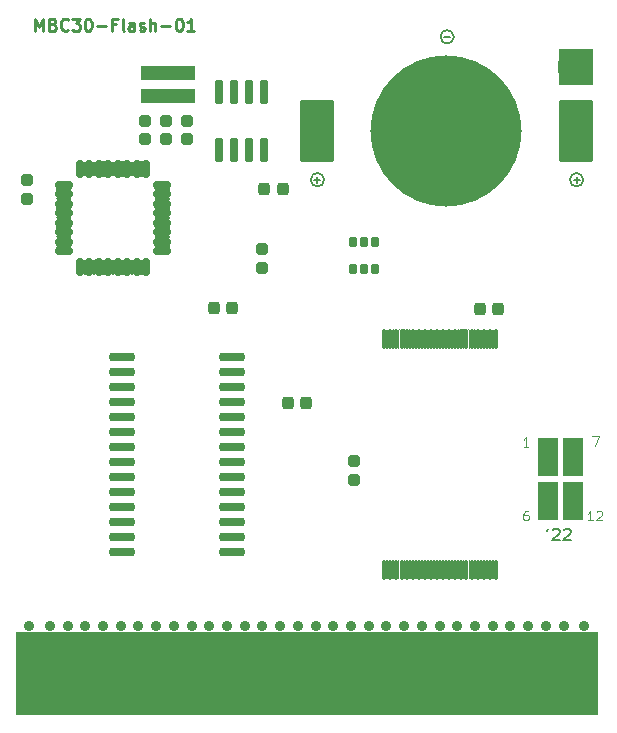
<source format=gbr>
G04 #@! TF.GenerationSoftware,KiCad,Pcbnew,(6.0.8)*
G04 #@! TF.CreationDate,2022-12-27T12:07:26-05:00*
G04 #@! TF.ProjectId,mbc30flash,6d626333-3066-46c6-9173-682e6b696361,rev?*
G04 #@! TF.SameCoordinates,Original*
G04 #@! TF.FileFunction,Soldermask,Top*
G04 #@! TF.FilePolarity,Negative*
%FSLAX46Y46*%
G04 Gerber Fmt 4.6, Leading zero omitted, Abs format (unit mm)*
G04 Created by KiCad (PCBNEW (6.0.8)) date 2022-12-27 12:07:26*
%MOMM*%
%LPD*%
G01*
G04 APERTURE LIST*
G04 Aperture macros list*
%AMRoundRect*
0 Rectangle with rounded corners*
0 $1 Rounding radius*
0 $2 $3 $4 $5 $6 $7 $8 $9 X,Y pos of 4 corners*
0 Add a 4 corners polygon primitive as box body*
4,1,4,$2,$3,$4,$5,$6,$7,$8,$9,$2,$3,0*
0 Add four circle primitives for the rounded corners*
1,1,$1+$1,$2,$3*
1,1,$1+$1,$4,$5*
1,1,$1+$1,$6,$7*
1,1,$1+$1,$8,$9*
0 Add four rect primitives between the rounded corners*
20,1,$1+$1,$2,$3,$4,$5,0*
20,1,$1+$1,$4,$5,$6,$7,0*
20,1,$1+$1,$6,$7,$8,$9,0*
20,1,$1+$1,$8,$9,$2,$3,0*%
G04 Aperture macros list end*
%ADD10C,0.150000*%
%ADD11C,0.223800*%
%ADD12C,0.100000*%
%ADD13RoundRect,0.269550X0.218750X0.256250X-0.218750X0.256250X-0.218750X-0.256250X0.218750X-0.256250X0*%
%ADD14RoundRect,0.269550X-0.256250X0.218750X-0.256250X-0.218750X0.256250X-0.218750X0.256250X0.218750X0*%
%ADD15RoundRect,0.269550X0.256250X-0.218750X0.256250X0.218750X-0.256250X0.218750X-0.256250X-0.218750X0*%
%ADD16RoundRect,0.269550X-0.218750X-0.256250X0.218750X-0.256250X0.218750X0.256250X-0.218750X0.256250X0*%
%ADD17RoundRect,0.050800X-0.125000X0.800000X-0.125000X-0.800000X0.125000X-0.800000X0.125000X0.800000X0*%
%ADD18RoundRect,0.050800X2.275000X-0.500000X2.275000X0.500000X-2.275000X0.500000X-2.275000X-0.500000X0*%
%ADD19RoundRect,0.200800X0.150000X-0.825000X0.150000X0.825000X-0.150000X0.825000X-0.150000X-0.825000X0*%
%ADD20RoundRect,0.050800X-1.395000X-2.540000X1.395000X-2.540000X1.395000X2.540000X-1.395000X2.540000X0*%
%ADD21C,12.801600*%
%ADD22RoundRect,0.200800X-0.875000X-0.150000X0.875000X-0.150000X0.875000X0.150000X-0.875000X0.150000X0*%
%ADD23RoundRect,0.050800X0.255000X-0.350000X0.255000X0.350000X-0.255000X0.350000X-0.255000X-0.350000X0*%
%ADD24RoundRect,0.175800X0.125000X-0.625000X0.125000X0.625000X-0.125000X0.625000X-0.125000X-0.625000X0*%
%ADD25RoundRect,0.175800X0.625000X-0.125000X0.625000X0.125000X-0.625000X0.125000X-0.625000X-0.125000X0*%
%ADD26C,0.901600*%
%ADD27R,1.800000X3.300000*%
%ADD28R,1.000000X1.000000*%
%ADD29R,3.000000X1.000000*%
G04 APERTURE END LIST*
D10*
X91879789Y-84720000D02*
G75*
G03*
X91879789Y-84720000I-566789J0D01*
G01*
X102856789Y-72620000D02*
G75*
G03*
X102856789Y-72620000I-566789J0D01*
G01*
X113816789Y-84720000D02*
G75*
G03*
X113816789Y-84720000I-566789J0D01*
G01*
X102029028Y-72647057D02*
X102530971Y-72647057D01*
X91059028Y-84722057D02*
X91560971Y-84722057D01*
X91310000Y-84973028D02*
X91310000Y-84471085D01*
D11*
X67391238Y-72120023D02*
X67391238Y-71081023D01*
X67737571Y-71823166D01*
X68083904Y-71081023D01*
X68083904Y-72120023D01*
X68924999Y-71575785D02*
X69073428Y-71625261D01*
X69122904Y-71674738D01*
X69172380Y-71773690D01*
X69172380Y-71922119D01*
X69122904Y-72021071D01*
X69073428Y-72070547D01*
X68974476Y-72120023D01*
X68578666Y-72120023D01*
X68578666Y-71081023D01*
X68924999Y-71081023D01*
X69023952Y-71130500D01*
X69073428Y-71179976D01*
X69122904Y-71278928D01*
X69122904Y-71377880D01*
X69073428Y-71476833D01*
X69023952Y-71526309D01*
X68924999Y-71575785D01*
X68578666Y-71575785D01*
X70211380Y-72021071D02*
X70161904Y-72070547D01*
X70013476Y-72120023D01*
X69914523Y-72120023D01*
X69766095Y-72070547D01*
X69667142Y-71971595D01*
X69617666Y-71872642D01*
X69568190Y-71674738D01*
X69568190Y-71526309D01*
X69617666Y-71328404D01*
X69667142Y-71229452D01*
X69766095Y-71130500D01*
X69914523Y-71081023D01*
X70013476Y-71081023D01*
X70161904Y-71130500D01*
X70211380Y-71179976D01*
X70557714Y-71081023D02*
X71200904Y-71081023D01*
X70854571Y-71476833D01*
X71002999Y-71476833D01*
X71101952Y-71526309D01*
X71151428Y-71575785D01*
X71200904Y-71674738D01*
X71200904Y-71922119D01*
X71151428Y-72021071D01*
X71101952Y-72070547D01*
X71002999Y-72120023D01*
X70706142Y-72120023D01*
X70607190Y-72070547D01*
X70557714Y-72021071D01*
X71844095Y-71081023D02*
X71943047Y-71081023D01*
X72041999Y-71130500D01*
X72091476Y-71179976D01*
X72140952Y-71278928D01*
X72190428Y-71476833D01*
X72190428Y-71724214D01*
X72140952Y-71922119D01*
X72091476Y-72021071D01*
X72041999Y-72070547D01*
X71943047Y-72120023D01*
X71844095Y-72120023D01*
X71745142Y-72070547D01*
X71695666Y-72021071D01*
X71646190Y-71922119D01*
X71596714Y-71724214D01*
X71596714Y-71476833D01*
X71646190Y-71278928D01*
X71695666Y-71179976D01*
X71745142Y-71130500D01*
X71844095Y-71081023D01*
X72635714Y-71724214D02*
X73427333Y-71724214D01*
X74268428Y-71575785D02*
X73922095Y-71575785D01*
X73922095Y-72120023D02*
X73922095Y-71081023D01*
X74416857Y-71081023D01*
X74961095Y-72120023D02*
X74862142Y-72070547D01*
X74812666Y-71971595D01*
X74812666Y-71081023D01*
X75802190Y-72120023D02*
X75802190Y-71575785D01*
X75752714Y-71476833D01*
X75653761Y-71427357D01*
X75455857Y-71427357D01*
X75356904Y-71476833D01*
X75802190Y-72070547D02*
X75703238Y-72120023D01*
X75455857Y-72120023D01*
X75356904Y-72070547D01*
X75307428Y-71971595D01*
X75307428Y-71872642D01*
X75356904Y-71773690D01*
X75455857Y-71724214D01*
X75703238Y-71724214D01*
X75802190Y-71674738D01*
X76247476Y-72070547D02*
X76346428Y-72120023D01*
X76544333Y-72120023D01*
X76643285Y-72070547D01*
X76692761Y-71971595D01*
X76692761Y-71922119D01*
X76643285Y-71823166D01*
X76544333Y-71773690D01*
X76395904Y-71773690D01*
X76296952Y-71724214D01*
X76247476Y-71625261D01*
X76247476Y-71575785D01*
X76296952Y-71476833D01*
X76395904Y-71427357D01*
X76544333Y-71427357D01*
X76643285Y-71476833D01*
X77138047Y-72120023D02*
X77138047Y-71081023D01*
X77583333Y-72120023D02*
X77583333Y-71575785D01*
X77533857Y-71476833D01*
X77434904Y-71427357D01*
X77286476Y-71427357D01*
X77187523Y-71476833D01*
X77138047Y-71526309D01*
X78078095Y-71724214D02*
X78869714Y-71724214D01*
X79562380Y-71081023D02*
X79661333Y-71081023D01*
X79760285Y-71130500D01*
X79809761Y-71179976D01*
X79859238Y-71278928D01*
X79908714Y-71476833D01*
X79908714Y-71724214D01*
X79859238Y-71922119D01*
X79809761Y-72021071D01*
X79760285Y-72070547D01*
X79661333Y-72120023D01*
X79562380Y-72120023D01*
X79463428Y-72070547D01*
X79413952Y-72021071D01*
X79364476Y-71922119D01*
X79315000Y-71724214D01*
X79315000Y-71476833D01*
X79364476Y-71278928D01*
X79413952Y-71179976D01*
X79463428Y-71130500D01*
X79562380Y-71081023D01*
X80898238Y-72120023D02*
X80304523Y-72120023D01*
X80601380Y-72120023D02*
X80601380Y-71081023D01*
X80502428Y-71229452D01*
X80403476Y-71328404D01*
X80304523Y-71377880D01*
D10*
X112999028Y-84717057D02*
X113500971Y-84717057D01*
X113250000Y-84968028D02*
X113250000Y-84466085D01*
G36*
X115056200Y-130009000D02*
G01*
X65756200Y-130009000D01*
X65756200Y-123009000D01*
X115056200Y-123009000D01*
X115056200Y-130009000D01*
G37*
D12*
X109127380Y-112761904D02*
X108975000Y-112761904D01*
X108898809Y-112800000D01*
X108860714Y-112838095D01*
X108784523Y-112952380D01*
X108746428Y-113104761D01*
X108746428Y-113409523D01*
X108784523Y-113485714D01*
X108822619Y-113523809D01*
X108898809Y-113561904D01*
X109051190Y-113561904D01*
X109127380Y-113523809D01*
X109165476Y-113485714D01*
X109203571Y-113409523D01*
X109203571Y-113219047D01*
X109165476Y-113142857D01*
X109127380Y-113104761D01*
X109051190Y-113066666D01*
X108898809Y-113066666D01*
X108822619Y-113104761D01*
X108784523Y-113142857D01*
X108746428Y-113219047D01*
X114583333Y-106436904D02*
X115116666Y-106436904D01*
X114773809Y-107236904D01*
D10*
X110855238Y-114260380D02*
X110760000Y-114450857D01*
X111236190Y-114355619D02*
X111283809Y-114308000D01*
X111379047Y-114260380D01*
X111617142Y-114260380D01*
X111712380Y-114308000D01*
X111760000Y-114355619D01*
X111807619Y-114450857D01*
X111807619Y-114546095D01*
X111760000Y-114688952D01*
X111188571Y-115260380D01*
X111807619Y-115260380D01*
X112188571Y-114355619D02*
X112236190Y-114308000D01*
X112331428Y-114260380D01*
X112569523Y-114260380D01*
X112664761Y-114308000D01*
X112712380Y-114355619D01*
X112760000Y-114450857D01*
X112760000Y-114546095D01*
X112712380Y-114688952D01*
X112140952Y-115260380D01*
X112760000Y-115260380D01*
D12*
X109175000Y-107311904D02*
X108775000Y-107311904D01*
X108975000Y-107311904D02*
X108975000Y-106511904D01*
X108908333Y-106626190D01*
X108841666Y-106702380D01*
X108775000Y-106740476D01*
X114647619Y-113561904D02*
X114190476Y-113561904D01*
X114419047Y-113561904D02*
X114419047Y-112761904D01*
X114342857Y-112876190D01*
X114266666Y-112952380D01*
X114190476Y-112990476D01*
X114952380Y-112838095D02*
X114990476Y-112800000D01*
X115066666Y-112761904D01*
X115257142Y-112761904D01*
X115333333Y-112800000D01*
X115371428Y-112838095D01*
X115409523Y-112914285D01*
X115409523Y-112990476D01*
X115371428Y-113104761D01*
X114914285Y-113561904D01*
X115409523Y-113561904D01*
G36*
X113675000Y-75675000D02*
G01*
X112675000Y-75675000D01*
X112675000Y-74675000D01*
X113675000Y-74675000D01*
X113675000Y-75675000D01*
G37*
X113675000Y-75675000D02*
X112675000Y-75675000D01*
X112675000Y-74675000D01*
X113675000Y-74675000D01*
X113675000Y-75675000D01*
D10*
X91879789Y-84720000D02*
G75*
G03*
X91879789Y-84720000I-566789J0D01*
G01*
X102856789Y-72620000D02*
G75*
G03*
X102856789Y-72620000I-566789J0D01*
G01*
X113816789Y-84720000D02*
G75*
G03*
X113816789Y-84720000I-566789J0D01*
G01*
X102029028Y-72647057D02*
X102530971Y-72647057D01*
X91059028Y-84722057D02*
X91560971Y-84722057D01*
X91310000Y-84973028D02*
X91310000Y-84471085D01*
D11*
X67391238Y-72120023D02*
X67391238Y-71081023D01*
X67737571Y-71823166D01*
X68083904Y-71081023D01*
X68083904Y-72120023D01*
X68924999Y-71575785D02*
X69073428Y-71625261D01*
X69122904Y-71674738D01*
X69172380Y-71773690D01*
X69172380Y-71922119D01*
X69122904Y-72021071D01*
X69073428Y-72070547D01*
X68974476Y-72120023D01*
X68578666Y-72120023D01*
X68578666Y-71081023D01*
X68924999Y-71081023D01*
X69023952Y-71130500D01*
X69073428Y-71179976D01*
X69122904Y-71278928D01*
X69122904Y-71377880D01*
X69073428Y-71476833D01*
X69023952Y-71526309D01*
X68924999Y-71575785D01*
X68578666Y-71575785D01*
X70211380Y-72021071D02*
X70161904Y-72070547D01*
X70013476Y-72120023D01*
X69914523Y-72120023D01*
X69766095Y-72070547D01*
X69667142Y-71971595D01*
X69617666Y-71872642D01*
X69568190Y-71674738D01*
X69568190Y-71526309D01*
X69617666Y-71328404D01*
X69667142Y-71229452D01*
X69766095Y-71130500D01*
X69914523Y-71081023D01*
X70013476Y-71081023D01*
X70161904Y-71130500D01*
X70211380Y-71179976D01*
X70557714Y-71081023D02*
X71200904Y-71081023D01*
X70854571Y-71476833D01*
X71002999Y-71476833D01*
X71101952Y-71526309D01*
X71151428Y-71575785D01*
X71200904Y-71674738D01*
X71200904Y-71922119D01*
X71151428Y-72021071D01*
X71101952Y-72070547D01*
X71002999Y-72120023D01*
X70706142Y-72120023D01*
X70607190Y-72070547D01*
X70557714Y-72021071D01*
X71844095Y-71081023D02*
X71943047Y-71081023D01*
X72041999Y-71130500D01*
X72091476Y-71179976D01*
X72140952Y-71278928D01*
X72190428Y-71476833D01*
X72190428Y-71724214D01*
X72140952Y-71922119D01*
X72091476Y-72021071D01*
X72041999Y-72070547D01*
X71943047Y-72120023D01*
X71844095Y-72120023D01*
X71745142Y-72070547D01*
X71695666Y-72021071D01*
X71646190Y-71922119D01*
X71596714Y-71724214D01*
X71596714Y-71476833D01*
X71646190Y-71278928D01*
X71695666Y-71179976D01*
X71745142Y-71130500D01*
X71844095Y-71081023D01*
X72635714Y-71724214D02*
X73427333Y-71724214D01*
X74268428Y-71575785D02*
X73922095Y-71575785D01*
X73922095Y-72120023D02*
X73922095Y-71081023D01*
X74416857Y-71081023D01*
X74961095Y-72120023D02*
X74862142Y-72070547D01*
X74812666Y-71971595D01*
X74812666Y-71081023D01*
X75802190Y-72120023D02*
X75802190Y-71575785D01*
X75752714Y-71476833D01*
X75653761Y-71427357D01*
X75455857Y-71427357D01*
X75356904Y-71476833D01*
X75802190Y-72070547D02*
X75703238Y-72120023D01*
X75455857Y-72120023D01*
X75356904Y-72070547D01*
X75307428Y-71971595D01*
X75307428Y-71872642D01*
X75356904Y-71773690D01*
X75455857Y-71724214D01*
X75703238Y-71724214D01*
X75802190Y-71674738D01*
X76247476Y-72070547D02*
X76346428Y-72120023D01*
X76544333Y-72120023D01*
X76643285Y-72070547D01*
X76692761Y-71971595D01*
X76692761Y-71922119D01*
X76643285Y-71823166D01*
X76544333Y-71773690D01*
X76395904Y-71773690D01*
X76296952Y-71724214D01*
X76247476Y-71625261D01*
X76247476Y-71575785D01*
X76296952Y-71476833D01*
X76395904Y-71427357D01*
X76544333Y-71427357D01*
X76643285Y-71476833D01*
X77138047Y-72120023D02*
X77138047Y-71081023D01*
X77583333Y-72120023D02*
X77583333Y-71575785D01*
X77533857Y-71476833D01*
X77434904Y-71427357D01*
X77286476Y-71427357D01*
X77187523Y-71476833D01*
X77138047Y-71526309D01*
X78078095Y-71724214D02*
X78869714Y-71724214D01*
X79562380Y-71081023D02*
X79661333Y-71081023D01*
X79760285Y-71130500D01*
X79809761Y-71179976D01*
X79859238Y-71278928D01*
X79908714Y-71476833D01*
X79908714Y-71724214D01*
X79859238Y-71922119D01*
X79809761Y-72021071D01*
X79760285Y-72070547D01*
X79661333Y-72120023D01*
X79562380Y-72120023D01*
X79463428Y-72070547D01*
X79413952Y-72021071D01*
X79364476Y-71922119D01*
X79315000Y-71724214D01*
X79315000Y-71476833D01*
X79364476Y-71278928D01*
X79413952Y-71179976D01*
X79463428Y-71130500D01*
X79562380Y-71081023D01*
X80898238Y-72120023D02*
X80304523Y-72120023D01*
X80601380Y-72120023D02*
X80601380Y-71081023D01*
X80502428Y-71229452D01*
X80403476Y-71328404D01*
X80304523Y-71377880D01*
D10*
X112999028Y-84717057D02*
X113500971Y-84717057D01*
X113250000Y-84968028D02*
X113250000Y-84466085D01*
D12*
X109127380Y-112761904D02*
X108975000Y-112761904D01*
X108898809Y-112800000D01*
X108860714Y-112838095D01*
X108784523Y-112952380D01*
X108746428Y-113104761D01*
X108746428Y-113409523D01*
X108784523Y-113485714D01*
X108822619Y-113523809D01*
X108898809Y-113561904D01*
X109051190Y-113561904D01*
X109127380Y-113523809D01*
X109165476Y-113485714D01*
X109203571Y-113409523D01*
X109203571Y-113219047D01*
X109165476Y-113142857D01*
X109127380Y-113104761D01*
X109051190Y-113066666D01*
X108898809Y-113066666D01*
X108822619Y-113104761D01*
X108784523Y-113142857D01*
X108746428Y-113219047D01*
X114583333Y-106436904D02*
X115116666Y-106436904D01*
X114773809Y-107236904D01*
D10*
X110855238Y-114260380D02*
X110760000Y-114450857D01*
X111236190Y-114355619D02*
X111283809Y-114308000D01*
X111379047Y-114260380D01*
X111617142Y-114260380D01*
X111712380Y-114308000D01*
X111760000Y-114355619D01*
X111807619Y-114450857D01*
X111807619Y-114546095D01*
X111760000Y-114688952D01*
X111188571Y-115260380D01*
X111807619Y-115260380D01*
X112188571Y-114355619D02*
X112236190Y-114308000D01*
X112331428Y-114260380D01*
X112569523Y-114260380D01*
X112664761Y-114308000D01*
X112712380Y-114355619D01*
X112760000Y-114450857D01*
X112760000Y-114546095D01*
X112712380Y-114688952D01*
X112140952Y-115260380D01*
X112760000Y-115260380D01*
D12*
X109175000Y-107311904D02*
X108775000Y-107311904D01*
X108975000Y-107311904D02*
X108975000Y-106511904D01*
X108908333Y-106626190D01*
X108841666Y-106702380D01*
X108775000Y-106740476D01*
X114647619Y-113561904D02*
X114190476Y-113561904D01*
X114419047Y-113561904D02*
X114419047Y-112761904D01*
X114342857Y-112876190D01*
X114266666Y-112952380D01*
X114190476Y-112990476D01*
X114952380Y-112838095D02*
X114990476Y-112800000D01*
X115066666Y-112761904D01*
X115257142Y-112761904D01*
X115333333Y-112800000D01*
X115371428Y-112838095D01*
X115409523Y-112914285D01*
X115409523Y-112990476D01*
X115371428Y-113104761D01*
X114914285Y-113561904D01*
X115409523Y-113561904D01*
G36*
X115056200Y-130009000D02*
G01*
X65756200Y-130009000D01*
X65756200Y-123009000D01*
X115056200Y-123009000D01*
X115056200Y-130009000D01*
G37*
G36*
X113675000Y-75675000D02*
G01*
X112675000Y-75675000D01*
X112675000Y-74675000D01*
X113675000Y-74675000D01*
X113675000Y-75675000D01*
G37*
X113675000Y-75675000D02*
X112675000Y-75675000D01*
X112675000Y-74675000D01*
X113675000Y-74675000D01*
X113675000Y-75675000D01*
D13*
X106621500Y-95664000D03*
X105046500Y-95664000D03*
D14*
X94400000Y-108550000D03*
X94400000Y-110125000D03*
X76726500Y-79735600D03*
X76726500Y-81310600D03*
D15*
X78512200Y-81310600D03*
X78512200Y-79735600D03*
X86600000Y-92169100D03*
X86600000Y-90594100D03*
D16*
X88800000Y-103600000D03*
X90375000Y-103600000D03*
D13*
X88385300Y-85471000D03*
X86810300Y-85471000D03*
D17*
X106431000Y-98220000D03*
X105931000Y-98220000D03*
X105431000Y-98220000D03*
X104931000Y-98220000D03*
X104431000Y-98220000D03*
X103931000Y-98220000D03*
X103431000Y-98220000D03*
X102931000Y-98220000D03*
X102431000Y-98220000D03*
X101931000Y-98220000D03*
X101431000Y-98220000D03*
X100931000Y-98220000D03*
X100431000Y-98220000D03*
X99931000Y-98220000D03*
X99431000Y-98220000D03*
X98931000Y-98220000D03*
X98431000Y-98220000D03*
X97931000Y-98220000D03*
X97431000Y-98220000D03*
X96931000Y-98220000D03*
X96931000Y-117720000D03*
X97431000Y-117720000D03*
X97931000Y-117720000D03*
X98431000Y-117720000D03*
X98931000Y-117720000D03*
X99431000Y-117720000D03*
X99931000Y-117720000D03*
X100431000Y-117720000D03*
X100931000Y-117720000D03*
X101431000Y-117720000D03*
X101931000Y-117720000D03*
X102431000Y-117720000D03*
X102931000Y-117720000D03*
X103431000Y-117720000D03*
X103931000Y-117720000D03*
X104431000Y-117720000D03*
X104931000Y-117720000D03*
X105431000Y-117720000D03*
X105931000Y-117720000D03*
X106431000Y-117720000D03*
D18*
X78698200Y-77668800D03*
X78698200Y-75668800D03*
D15*
X80302200Y-81310600D03*
X80302200Y-79735600D03*
D19*
X83000300Y-82223400D03*
X84270300Y-82223400D03*
X85540300Y-82223400D03*
X86810300Y-82223400D03*
X86810300Y-77273400D03*
X85540300Y-77273400D03*
X84270300Y-77273400D03*
X83000300Y-77273400D03*
D20*
X113210000Y-80634800D03*
X91240000Y-80634800D03*
D21*
X102225000Y-80634800D03*
D22*
X74740400Y-99715000D03*
X74740400Y-100985000D03*
X74740400Y-102255000D03*
X74740400Y-103525000D03*
X74740400Y-104795000D03*
X74740400Y-106065000D03*
X74740400Y-107335000D03*
X74740400Y-108605000D03*
X74740400Y-109875000D03*
X74740400Y-111145000D03*
X74740400Y-112415000D03*
X74740400Y-113685000D03*
X74740400Y-114955000D03*
X74740400Y-116225000D03*
X84040400Y-116225000D03*
X84040400Y-114955000D03*
X84040400Y-113685000D03*
X84040400Y-112415000D03*
X84040400Y-111145000D03*
X84040400Y-109875000D03*
X84040400Y-108605000D03*
X84040400Y-107335000D03*
X84040400Y-106065000D03*
X84040400Y-104795000D03*
X84040400Y-103525000D03*
X84040400Y-102255000D03*
X84040400Y-100985000D03*
X84040400Y-99715000D03*
D23*
X94300000Y-92310000D03*
X95250000Y-92310000D03*
X96200000Y-92310000D03*
X96200000Y-89990000D03*
X95250000Y-89990000D03*
X94300000Y-89990000D03*
D15*
X66713100Y-86322000D03*
X66713100Y-84747000D03*
D24*
X71213100Y-92137700D03*
X72013100Y-92137700D03*
X72813100Y-92137700D03*
X73613100Y-92137700D03*
X74413100Y-92137700D03*
X75213100Y-92137700D03*
X76013100Y-92137700D03*
X76813100Y-92137700D03*
D25*
X78188100Y-90762700D03*
X78188100Y-89962700D03*
X78188100Y-89162700D03*
X78188100Y-88362700D03*
X78188100Y-87562700D03*
X78188100Y-86762700D03*
X78188100Y-85962700D03*
X78188100Y-85162700D03*
D24*
X76813100Y-83787700D03*
X76013100Y-83787700D03*
X75213100Y-83787700D03*
X74413100Y-83787700D03*
X73613100Y-83787700D03*
X72813100Y-83787700D03*
X72013100Y-83787700D03*
X71213100Y-83787700D03*
D25*
X69838100Y-85162700D03*
X69838100Y-85962700D03*
X69838100Y-86762700D03*
X69838100Y-87562700D03*
X69838100Y-88362700D03*
X69838100Y-89162700D03*
X69838100Y-89962700D03*
X69838100Y-90762700D03*
D16*
X82524500Y-95608100D03*
X84099500Y-95608100D03*
D26*
X66906200Y-122509000D03*
X68656200Y-122509000D03*
X70156200Y-122509000D03*
X71656200Y-122509000D03*
X73156200Y-122509000D03*
X74656200Y-122509000D03*
X76156200Y-122509000D03*
X77656200Y-122509000D03*
X79156200Y-122509000D03*
X80656200Y-122509000D03*
X82156200Y-122509000D03*
X83656200Y-122509000D03*
X85156200Y-122509000D03*
X86656200Y-122509000D03*
X88156200Y-122509000D03*
X89656200Y-122509000D03*
X91156200Y-122509000D03*
X92656200Y-122509000D03*
X94156200Y-122509000D03*
X95656200Y-122509000D03*
X97156200Y-122509000D03*
X98656200Y-122509000D03*
X100156200Y-122509000D03*
X101656200Y-122509000D03*
X103156200Y-122509000D03*
X104656200Y-122509000D03*
X106156200Y-122509000D03*
X107656200Y-122509000D03*
X109156200Y-122509000D03*
X110656200Y-122509000D03*
X112156200Y-122509000D03*
X113906200Y-122509000D03*
D27*
X110850000Y-111900000D03*
X112950000Y-111900000D03*
X110850000Y-108200000D03*
X112950000Y-108200000D03*
D28*
X112175000Y-75175000D03*
D29*
X113175000Y-74175000D03*
X113175000Y-76175000D03*
D28*
X114175000Y-75175000D03*
G36*
X98596519Y-116887635D02*
G01*
X98610312Y-116896851D01*
X98611435Y-116895171D01*
X98613229Y-116894286D01*
X98614380Y-116894747D01*
X98631951Y-116909429D01*
X98700669Y-116918056D01*
X98748500Y-116895168D01*
X98750494Y-116895322D01*
X98751026Y-116895861D01*
X98751688Y-116896851D01*
X98765481Y-116887634D01*
X98767477Y-116887503D01*
X98768588Y-116889166D01*
X98768255Y-116890408D01*
X98760952Y-116901339D01*
X98757200Y-116920199D01*
X98757200Y-118519801D01*
X98760952Y-118538661D01*
X98768255Y-118549591D01*
X98768386Y-118551587D01*
X98766723Y-118552698D01*
X98765481Y-118552365D01*
X98751688Y-118543149D01*
X98750565Y-118544829D01*
X98748771Y-118545714D01*
X98747620Y-118545253D01*
X98730049Y-118530571D01*
X98661331Y-118521944D01*
X98613500Y-118544832D01*
X98611506Y-118544678D01*
X98610974Y-118544139D01*
X98610312Y-118543149D01*
X98596519Y-118552366D01*
X98594523Y-118552497D01*
X98593412Y-118550834D01*
X98593745Y-118549592D01*
X98601048Y-118538661D01*
X98604800Y-118519801D01*
X98604800Y-116920199D01*
X98601048Y-116901339D01*
X98593745Y-116890409D01*
X98593614Y-116888413D01*
X98595277Y-116887302D01*
X98596519Y-116887635D01*
G37*
G36*
X105596519Y-116887635D02*
G01*
X105610312Y-116896851D01*
X105611435Y-116895171D01*
X105613229Y-116894286D01*
X105614380Y-116894747D01*
X105631951Y-116909429D01*
X105700669Y-116918056D01*
X105748500Y-116895168D01*
X105750494Y-116895322D01*
X105751026Y-116895861D01*
X105751688Y-116896851D01*
X105765481Y-116887634D01*
X105767477Y-116887503D01*
X105768588Y-116889166D01*
X105768255Y-116890408D01*
X105760952Y-116901339D01*
X105757200Y-116920199D01*
X105757200Y-118519801D01*
X105760952Y-118538661D01*
X105768255Y-118549591D01*
X105768386Y-118551587D01*
X105766723Y-118552698D01*
X105765481Y-118552365D01*
X105751688Y-118543149D01*
X105750565Y-118544829D01*
X105748771Y-118545714D01*
X105747620Y-118545253D01*
X105730049Y-118530571D01*
X105661331Y-118521944D01*
X105613500Y-118544832D01*
X105611506Y-118544678D01*
X105610974Y-118544139D01*
X105610312Y-118543149D01*
X105596519Y-118552366D01*
X105594523Y-118552497D01*
X105593412Y-118550834D01*
X105593745Y-118549592D01*
X105601048Y-118538661D01*
X105604800Y-118519801D01*
X105604800Y-116920199D01*
X105601048Y-116901339D01*
X105593745Y-116890409D01*
X105593614Y-116888413D01*
X105595277Y-116887302D01*
X105596519Y-116887635D01*
G37*
G36*
X101096519Y-116887635D02*
G01*
X101110312Y-116896851D01*
X101111435Y-116895171D01*
X101113229Y-116894286D01*
X101114380Y-116894747D01*
X101131951Y-116909429D01*
X101200669Y-116918056D01*
X101248500Y-116895168D01*
X101250494Y-116895322D01*
X101251026Y-116895861D01*
X101251688Y-116896851D01*
X101265481Y-116887634D01*
X101267477Y-116887503D01*
X101268588Y-116889166D01*
X101268255Y-116890408D01*
X101260952Y-116901339D01*
X101257200Y-116920199D01*
X101257200Y-118519801D01*
X101260952Y-118538661D01*
X101268255Y-118549591D01*
X101268386Y-118551587D01*
X101266723Y-118552698D01*
X101265481Y-118552365D01*
X101251688Y-118543149D01*
X101250565Y-118544829D01*
X101248771Y-118545714D01*
X101247620Y-118545253D01*
X101230049Y-118530571D01*
X101161331Y-118521944D01*
X101113500Y-118544832D01*
X101111506Y-118544678D01*
X101110974Y-118544139D01*
X101110312Y-118543149D01*
X101096519Y-118552366D01*
X101094523Y-118552497D01*
X101093412Y-118550834D01*
X101093745Y-118549592D01*
X101101048Y-118538661D01*
X101104800Y-118519801D01*
X101104800Y-116920199D01*
X101101048Y-116901339D01*
X101093745Y-116890409D01*
X101093614Y-116888413D01*
X101095277Y-116887302D01*
X101096519Y-116887635D01*
G37*
G36*
X98096519Y-116887635D02*
G01*
X98110312Y-116896851D01*
X98111435Y-116895171D01*
X98113229Y-116894286D01*
X98114380Y-116894747D01*
X98131951Y-116909429D01*
X98200669Y-116918056D01*
X98248500Y-116895168D01*
X98250494Y-116895322D01*
X98251026Y-116895861D01*
X98251688Y-116896851D01*
X98265481Y-116887634D01*
X98267477Y-116887503D01*
X98268588Y-116889166D01*
X98268255Y-116890408D01*
X98260952Y-116901339D01*
X98257200Y-116920199D01*
X98257200Y-118519801D01*
X98260952Y-118538661D01*
X98268255Y-118549591D01*
X98268386Y-118551587D01*
X98266723Y-118552698D01*
X98265481Y-118552365D01*
X98251688Y-118543149D01*
X98250565Y-118544829D01*
X98248771Y-118545714D01*
X98247620Y-118545253D01*
X98230049Y-118530571D01*
X98161331Y-118521944D01*
X98113500Y-118544832D01*
X98111506Y-118544678D01*
X98110974Y-118544139D01*
X98110312Y-118543149D01*
X98096519Y-118552366D01*
X98094523Y-118552497D01*
X98093412Y-118550834D01*
X98093745Y-118549592D01*
X98101048Y-118538661D01*
X98104800Y-118519801D01*
X98104800Y-116920199D01*
X98101048Y-116901339D01*
X98093745Y-116890409D01*
X98093614Y-116888413D01*
X98095277Y-116887302D01*
X98096519Y-116887635D01*
G37*
G36*
X102096519Y-116887635D02*
G01*
X102110312Y-116896851D01*
X102111435Y-116895171D01*
X102113229Y-116894286D01*
X102114380Y-116894747D01*
X102131951Y-116909429D01*
X102200669Y-116918056D01*
X102248500Y-116895168D01*
X102250494Y-116895322D01*
X102251026Y-116895861D01*
X102251688Y-116896851D01*
X102265481Y-116887634D01*
X102267477Y-116887503D01*
X102268588Y-116889166D01*
X102268255Y-116890408D01*
X102260952Y-116901339D01*
X102257200Y-116920199D01*
X102257200Y-118519801D01*
X102260952Y-118538661D01*
X102268255Y-118549591D01*
X102268386Y-118551587D01*
X102266723Y-118552698D01*
X102265481Y-118552365D01*
X102251688Y-118543149D01*
X102250565Y-118544829D01*
X102248771Y-118545714D01*
X102247620Y-118545253D01*
X102230049Y-118530571D01*
X102161331Y-118521944D01*
X102113500Y-118544832D01*
X102111506Y-118544678D01*
X102110974Y-118544139D01*
X102110312Y-118543149D01*
X102096519Y-118552366D01*
X102094523Y-118552497D01*
X102093412Y-118550834D01*
X102093745Y-118549592D01*
X102101048Y-118538661D01*
X102104800Y-118519801D01*
X102104800Y-116920199D01*
X102101048Y-116901339D01*
X102093745Y-116890409D01*
X102093614Y-116888413D01*
X102095277Y-116887302D01*
X102096519Y-116887635D01*
G37*
G36*
X104596519Y-116887635D02*
G01*
X104610312Y-116896851D01*
X104611435Y-116895171D01*
X104613229Y-116894286D01*
X104614380Y-116894747D01*
X104631951Y-116909429D01*
X104700669Y-116918056D01*
X104748500Y-116895168D01*
X104750494Y-116895322D01*
X104751026Y-116895861D01*
X104751688Y-116896851D01*
X104765481Y-116887634D01*
X104767477Y-116887503D01*
X104768588Y-116889166D01*
X104768255Y-116890408D01*
X104760952Y-116901339D01*
X104757200Y-116920199D01*
X104757200Y-118519801D01*
X104760952Y-118538661D01*
X104768255Y-118549591D01*
X104768386Y-118551587D01*
X104766723Y-118552698D01*
X104765481Y-118552365D01*
X104751688Y-118543149D01*
X104750565Y-118544829D01*
X104748771Y-118545714D01*
X104747620Y-118545253D01*
X104730049Y-118530571D01*
X104661331Y-118521944D01*
X104613500Y-118544832D01*
X104611506Y-118544678D01*
X104610974Y-118544139D01*
X104610312Y-118543149D01*
X104596519Y-118552366D01*
X104594523Y-118552497D01*
X104593412Y-118550834D01*
X104593745Y-118549592D01*
X104601048Y-118538661D01*
X104604800Y-118519801D01*
X104604800Y-116920199D01*
X104601048Y-116901339D01*
X104593745Y-116890409D01*
X104593614Y-116888413D01*
X104595277Y-116887302D01*
X104596519Y-116887635D01*
G37*
G36*
X106096519Y-116887635D02*
G01*
X106110312Y-116896851D01*
X106111435Y-116895171D01*
X106113229Y-116894286D01*
X106114380Y-116894747D01*
X106131951Y-116909429D01*
X106200669Y-116918056D01*
X106248500Y-116895168D01*
X106250494Y-116895322D01*
X106251026Y-116895861D01*
X106251688Y-116896851D01*
X106265481Y-116887634D01*
X106267477Y-116887503D01*
X106268588Y-116889166D01*
X106268255Y-116890408D01*
X106260952Y-116901339D01*
X106257200Y-116920199D01*
X106257200Y-118519801D01*
X106260952Y-118538661D01*
X106268255Y-118549591D01*
X106268386Y-118551587D01*
X106266723Y-118552698D01*
X106265481Y-118552365D01*
X106251688Y-118543149D01*
X106250565Y-118544829D01*
X106248771Y-118545714D01*
X106247620Y-118545253D01*
X106230049Y-118530571D01*
X106161331Y-118521944D01*
X106113500Y-118544832D01*
X106111506Y-118544678D01*
X106110974Y-118544139D01*
X106110312Y-118543149D01*
X106096519Y-118552366D01*
X106094523Y-118552497D01*
X106093412Y-118550834D01*
X106093745Y-118549592D01*
X106101048Y-118538661D01*
X106104800Y-118519801D01*
X106104800Y-116920199D01*
X106101048Y-116901339D01*
X106093745Y-116890409D01*
X106093614Y-116888413D01*
X106095277Y-116887302D01*
X106096519Y-116887635D01*
G37*
G36*
X99096519Y-116887635D02*
G01*
X99110312Y-116896851D01*
X99111435Y-116895171D01*
X99113229Y-116894286D01*
X99114380Y-116894747D01*
X99131951Y-116909429D01*
X99200669Y-116918056D01*
X99248500Y-116895168D01*
X99250494Y-116895322D01*
X99251026Y-116895861D01*
X99251688Y-116896851D01*
X99265481Y-116887634D01*
X99267477Y-116887503D01*
X99268588Y-116889166D01*
X99268255Y-116890408D01*
X99260952Y-116901339D01*
X99257200Y-116920199D01*
X99257200Y-118519801D01*
X99260952Y-118538661D01*
X99268255Y-118549591D01*
X99268386Y-118551587D01*
X99266723Y-118552698D01*
X99265481Y-118552365D01*
X99251688Y-118543149D01*
X99250565Y-118544829D01*
X99248771Y-118545714D01*
X99247620Y-118545253D01*
X99230049Y-118530571D01*
X99161331Y-118521944D01*
X99113500Y-118544832D01*
X99111506Y-118544678D01*
X99110974Y-118544139D01*
X99110312Y-118543149D01*
X99096519Y-118552366D01*
X99094523Y-118552497D01*
X99093412Y-118550834D01*
X99093745Y-118549592D01*
X99101048Y-118538661D01*
X99104800Y-118519801D01*
X99104800Y-116920199D01*
X99101048Y-116901339D01*
X99093745Y-116890409D01*
X99093614Y-116888413D01*
X99095277Y-116887302D01*
X99096519Y-116887635D01*
G37*
G36*
X100596519Y-116887635D02*
G01*
X100610312Y-116896851D01*
X100611435Y-116895171D01*
X100613229Y-116894286D01*
X100614380Y-116894747D01*
X100631951Y-116909429D01*
X100700669Y-116918056D01*
X100748500Y-116895168D01*
X100750494Y-116895322D01*
X100751026Y-116895861D01*
X100751688Y-116896851D01*
X100765481Y-116887634D01*
X100767477Y-116887503D01*
X100768588Y-116889166D01*
X100768255Y-116890408D01*
X100760952Y-116901339D01*
X100757200Y-116920199D01*
X100757200Y-118519801D01*
X100760952Y-118538661D01*
X100768255Y-118549591D01*
X100768386Y-118551587D01*
X100766723Y-118552698D01*
X100765481Y-118552365D01*
X100751688Y-118543149D01*
X100750565Y-118544829D01*
X100748771Y-118545714D01*
X100747620Y-118545253D01*
X100730049Y-118530571D01*
X100661331Y-118521944D01*
X100613500Y-118544832D01*
X100611506Y-118544678D01*
X100610974Y-118544139D01*
X100610312Y-118543149D01*
X100596519Y-118552366D01*
X100594523Y-118552497D01*
X100593412Y-118550834D01*
X100593745Y-118549592D01*
X100601048Y-118538661D01*
X100604800Y-118519801D01*
X100604800Y-116920199D01*
X100601048Y-116901339D01*
X100593745Y-116890409D01*
X100593614Y-116888413D01*
X100595277Y-116887302D01*
X100596519Y-116887635D01*
G37*
G36*
X104096519Y-116887635D02*
G01*
X104110312Y-116896851D01*
X104111435Y-116895171D01*
X104113229Y-116894286D01*
X104114380Y-116894747D01*
X104131951Y-116909429D01*
X104200669Y-116918056D01*
X104248500Y-116895168D01*
X104250494Y-116895322D01*
X104251026Y-116895861D01*
X104251688Y-116896851D01*
X104265481Y-116887634D01*
X104267477Y-116887503D01*
X104268588Y-116889166D01*
X104268255Y-116890408D01*
X104260952Y-116901339D01*
X104257200Y-116920199D01*
X104257200Y-118519801D01*
X104260952Y-118538661D01*
X104268255Y-118549591D01*
X104268386Y-118551587D01*
X104266723Y-118552698D01*
X104265481Y-118552365D01*
X104251688Y-118543149D01*
X104250565Y-118544829D01*
X104248771Y-118545714D01*
X104247620Y-118545253D01*
X104230049Y-118530571D01*
X104161331Y-118521944D01*
X104113500Y-118544832D01*
X104111506Y-118544678D01*
X104110974Y-118544139D01*
X104110312Y-118543149D01*
X104096519Y-118552366D01*
X104094523Y-118552497D01*
X104093412Y-118550834D01*
X104093745Y-118549592D01*
X104101048Y-118538661D01*
X104104800Y-118519801D01*
X104104800Y-116920199D01*
X104101048Y-116901339D01*
X104093745Y-116890409D01*
X104093614Y-116888413D01*
X104095277Y-116887302D01*
X104096519Y-116887635D01*
G37*
G36*
X97596519Y-116887635D02*
G01*
X97610312Y-116896851D01*
X97611435Y-116895171D01*
X97613229Y-116894286D01*
X97614380Y-116894747D01*
X97631951Y-116909429D01*
X97700669Y-116918056D01*
X97748500Y-116895168D01*
X97750494Y-116895322D01*
X97751026Y-116895861D01*
X97751688Y-116896851D01*
X97765481Y-116887634D01*
X97767477Y-116887503D01*
X97768588Y-116889166D01*
X97768255Y-116890408D01*
X97760952Y-116901339D01*
X97757200Y-116920199D01*
X97757200Y-118519801D01*
X97760952Y-118538661D01*
X97768255Y-118549591D01*
X97768386Y-118551587D01*
X97766723Y-118552698D01*
X97765481Y-118552365D01*
X97751688Y-118543149D01*
X97750565Y-118544829D01*
X97748771Y-118545714D01*
X97747620Y-118545253D01*
X97730049Y-118530571D01*
X97661331Y-118521944D01*
X97613500Y-118544832D01*
X97611506Y-118544678D01*
X97610974Y-118544139D01*
X97610312Y-118543149D01*
X97596519Y-118552366D01*
X97594523Y-118552497D01*
X97593412Y-118550834D01*
X97593745Y-118549592D01*
X97601048Y-118538661D01*
X97604800Y-118519801D01*
X97604800Y-116920199D01*
X97601048Y-116901339D01*
X97593745Y-116890409D01*
X97593614Y-116888413D01*
X97595277Y-116887302D01*
X97596519Y-116887635D01*
G37*
G36*
X103596519Y-116887635D02*
G01*
X103610312Y-116896851D01*
X103611435Y-116895171D01*
X103613229Y-116894286D01*
X103614380Y-116894747D01*
X103631951Y-116909429D01*
X103700669Y-116918056D01*
X103748500Y-116895168D01*
X103750494Y-116895322D01*
X103751026Y-116895861D01*
X103751688Y-116896851D01*
X103765481Y-116887634D01*
X103767477Y-116887503D01*
X103768588Y-116889166D01*
X103768255Y-116890408D01*
X103760952Y-116901339D01*
X103757200Y-116920199D01*
X103757200Y-118519801D01*
X103760952Y-118538661D01*
X103768255Y-118549591D01*
X103768386Y-118551587D01*
X103766723Y-118552698D01*
X103765481Y-118552365D01*
X103751688Y-118543149D01*
X103750565Y-118544829D01*
X103748771Y-118545714D01*
X103747620Y-118545253D01*
X103730049Y-118530571D01*
X103661331Y-118521944D01*
X103613500Y-118544832D01*
X103611506Y-118544678D01*
X103610974Y-118544139D01*
X103610312Y-118543149D01*
X103596519Y-118552366D01*
X103594523Y-118552497D01*
X103593412Y-118550834D01*
X103593745Y-118549592D01*
X103601048Y-118538661D01*
X103604800Y-118519801D01*
X103604800Y-116920199D01*
X103601048Y-116901339D01*
X103593745Y-116890409D01*
X103593614Y-116888413D01*
X103595277Y-116887302D01*
X103596519Y-116887635D01*
G37*
G36*
X101596519Y-116887635D02*
G01*
X101610312Y-116896851D01*
X101611435Y-116895171D01*
X101613229Y-116894286D01*
X101614380Y-116894747D01*
X101631951Y-116909429D01*
X101700669Y-116918056D01*
X101748500Y-116895168D01*
X101750494Y-116895322D01*
X101751026Y-116895861D01*
X101751688Y-116896851D01*
X101765481Y-116887634D01*
X101767477Y-116887503D01*
X101768588Y-116889166D01*
X101768255Y-116890408D01*
X101760952Y-116901339D01*
X101757200Y-116920199D01*
X101757200Y-118519801D01*
X101760952Y-118538661D01*
X101768255Y-118549591D01*
X101768386Y-118551587D01*
X101766723Y-118552698D01*
X101765481Y-118552365D01*
X101751688Y-118543149D01*
X101750565Y-118544829D01*
X101748771Y-118545714D01*
X101747620Y-118545253D01*
X101730049Y-118530571D01*
X101661331Y-118521944D01*
X101613500Y-118544832D01*
X101611506Y-118544678D01*
X101610974Y-118544139D01*
X101610312Y-118543149D01*
X101596519Y-118552366D01*
X101594523Y-118552497D01*
X101593412Y-118550834D01*
X101593745Y-118549592D01*
X101601048Y-118538661D01*
X101604800Y-118519801D01*
X101604800Y-116920199D01*
X101601048Y-116901339D01*
X101593745Y-116890409D01*
X101593614Y-116888413D01*
X101595277Y-116887302D01*
X101596519Y-116887635D01*
G37*
G36*
X99596519Y-116887635D02*
G01*
X99610312Y-116896851D01*
X99611435Y-116895171D01*
X99613229Y-116894286D01*
X99614380Y-116894747D01*
X99631951Y-116909429D01*
X99700669Y-116918056D01*
X99748500Y-116895168D01*
X99750494Y-116895322D01*
X99751026Y-116895861D01*
X99751688Y-116896851D01*
X99765481Y-116887634D01*
X99767477Y-116887503D01*
X99768588Y-116889166D01*
X99768255Y-116890408D01*
X99760952Y-116901339D01*
X99757200Y-116920199D01*
X99757200Y-118519801D01*
X99760952Y-118538661D01*
X99768255Y-118549591D01*
X99768386Y-118551587D01*
X99766723Y-118552698D01*
X99765481Y-118552365D01*
X99751688Y-118543149D01*
X99750565Y-118544829D01*
X99748771Y-118545714D01*
X99747620Y-118545253D01*
X99730049Y-118530571D01*
X99661331Y-118521944D01*
X99613500Y-118544832D01*
X99611506Y-118544678D01*
X99610974Y-118544139D01*
X99610312Y-118543149D01*
X99596519Y-118552366D01*
X99594523Y-118552497D01*
X99593412Y-118550834D01*
X99593745Y-118549592D01*
X99601048Y-118538661D01*
X99604800Y-118519801D01*
X99604800Y-116920199D01*
X99601048Y-116901339D01*
X99593745Y-116890409D01*
X99593614Y-116888413D01*
X99595277Y-116887302D01*
X99596519Y-116887635D01*
G37*
G36*
X97096519Y-116887635D02*
G01*
X97110312Y-116896851D01*
X97111435Y-116895171D01*
X97113229Y-116894286D01*
X97114380Y-116894747D01*
X97131951Y-116909429D01*
X97200669Y-116918056D01*
X97248500Y-116895168D01*
X97250494Y-116895322D01*
X97251026Y-116895861D01*
X97251688Y-116896851D01*
X97265481Y-116887634D01*
X97267477Y-116887503D01*
X97268588Y-116889166D01*
X97268255Y-116890408D01*
X97260952Y-116901339D01*
X97257200Y-116920199D01*
X97257200Y-118519801D01*
X97260952Y-118538661D01*
X97268255Y-118549591D01*
X97268386Y-118551587D01*
X97266723Y-118552698D01*
X97265481Y-118552365D01*
X97251688Y-118543149D01*
X97250565Y-118544829D01*
X97248771Y-118545714D01*
X97247620Y-118545253D01*
X97230049Y-118530571D01*
X97161331Y-118521944D01*
X97113500Y-118544832D01*
X97111506Y-118544678D01*
X97110974Y-118544139D01*
X97110312Y-118543149D01*
X97096519Y-118552366D01*
X97094523Y-118552497D01*
X97093412Y-118550834D01*
X97093745Y-118549592D01*
X97101048Y-118538661D01*
X97104800Y-118519801D01*
X97104800Y-116920199D01*
X97101048Y-116901339D01*
X97093745Y-116890409D01*
X97093614Y-116888413D01*
X97095277Y-116887302D01*
X97096519Y-116887635D01*
G37*
G36*
X102596519Y-116887635D02*
G01*
X102610312Y-116896851D01*
X102611435Y-116895171D01*
X102613229Y-116894286D01*
X102614380Y-116894747D01*
X102631951Y-116909429D01*
X102700669Y-116918056D01*
X102748500Y-116895168D01*
X102750494Y-116895322D01*
X102751026Y-116895861D01*
X102751688Y-116896851D01*
X102765481Y-116887634D01*
X102767477Y-116887503D01*
X102768588Y-116889166D01*
X102768255Y-116890408D01*
X102760952Y-116901339D01*
X102757200Y-116920199D01*
X102757200Y-118519801D01*
X102760952Y-118538661D01*
X102768255Y-118549591D01*
X102768386Y-118551587D01*
X102766723Y-118552698D01*
X102765481Y-118552365D01*
X102751688Y-118543149D01*
X102750565Y-118544829D01*
X102748771Y-118545714D01*
X102747620Y-118545253D01*
X102730049Y-118530571D01*
X102661331Y-118521944D01*
X102613500Y-118544832D01*
X102611506Y-118544678D01*
X102610974Y-118544139D01*
X102610312Y-118543149D01*
X102596519Y-118552366D01*
X102594523Y-118552497D01*
X102593412Y-118550834D01*
X102593745Y-118549592D01*
X102601048Y-118538661D01*
X102604800Y-118519801D01*
X102604800Y-116920199D01*
X102601048Y-116901339D01*
X102593745Y-116890409D01*
X102593614Y-116888413D01*
X102595277Y-116887302D01*
X102596519Y-116887635D01*
G37*
G36*
X103096519Y-116887635D02*
G01*
X103110312Y-116896851D01*
X103111435Y-116895171D01*
X103113229Y-116894286D01*
X103114380Y-116894747D01*
X103131951Y-116909429D01*
X103200669Y-116918056D01*
X103248500Y-116895168D01*
X103250494Y-116895322D01*
X103251026Y-116895861D01*
X103251688Y-116896851D01*
X103265481Y-116887634D01*
X103267477Y-116887503D01*
X103268588Y-116889166D01*
X103268255Y-116890408D01*
X103260952Y-116901339D01*
X103257200Y-116920199D01*
X103257200Y-118519801D01*
X103260952Y-118538661D01*
X103268255Y-118549591D01*
X103268386Y-118551587D01*
X103266723Y-118552698D01*
X103265481Y-118552365D01*
X103251688Y-118543149D01*
X103250565Y-118544829D01*
X103248771Y-118545714D01*
X103247620Y-118545253D01*
X103230049Y-118530571D01*
X103161331Y-118521944D01*
X103113500Y-118544832D01*
X103111506Y-118544678D01*
X103110974Y-118544139D01*
X103110312Y-118543149D01*
X103096519Y-118552366D01*
X103094523Y-118552497D01*
X103093412Y-118550834D01*
X103093745Y-118549592D01*
X103101048Y-118538661D01*
X103104800Y-118519801D01*
X103104800Y-116920199D01*
X103101048Y-116901339D01*
X103093745Y-116890409D01*
X103093614Y-116888413D01*
X103095277Y-116887302D01*
X103096519Y-116887635D01*
G37*
G36*
X100096519Y-116887635D02*
G01*
X100110312Y-116896851D01*
X100111435Y-116895171D01*
X100113229Y-116894286D01*
X100114380Y-116894747D01*
X100131951Y-116909429D01*
X100200669Y-116918056D01*
X100248500Y-116895168D01*
X100250494Y-116895322D01*
X100251026Y-116895861D01*
X100251688Y-116896851D01*
X100265481Y-116887634D01*
X100267477Y-116887503D01*
X100268588Y-116889166D01*
X100268255Y-116890408D01*
X100260952Y-116901339D01*
X100257200Y-116920199D01*
X100257200Y-118519801D01*
X100260952Y-118538661D01*
X100268255Y-118549591D01*
X100268386Y-118551587D01*
X100266723Y-118552698D01*
X100265481Y-118552365D01*
X100251688Y-118543149D01*
X100250565Y-118544829D01*
X100248771Y-118545714D01*
X100247620Y-118545253D01*
X100230049Y-118530571D01*
X100161331Y-118521944D01*
X100113500Y-118544832D01*
X100111506Y-118544678D01*
X100110974Y-118544139D01*
X100110312Y-118543149D01*
X100096519Y-118552366D01*
X100094523Y-118552497D01*
X100093412Y-118550834D01*
X100093745Y-118549592D01*
X100101048Y-118538661D01*
X100104800Y-118519801D01*
X100104800Y-116920199D01*
X100101048Y-116901339D01*
X100093745Y-116890409D01*
X100093614Y-116888413D01*
X100095277Y-116887302D01*
X100096519Y-116887635D01*
G37*
G36*
X105096519Y-116887635D02*
G01*
X105110312Y-116896851D01*
X105111435Y-116895171D01*
X105113229Y-116894286D01*
X105114380Y-116894747D01*
X105131951Y-116909429D01*
X105200669Y-116918056D01*
X105248500Y-116895168D01*
X105250494Y-116895322D01*
X105251026Y-116895861D01*
X105251688Y-116896851D01*
X105265481Y-116887634D01*
X105267477Y-116887503D01*
X105268588Y-116889166D01*
X105268255Y-116890408D01*
X105260952Y-116901339D01*
X105257200Y-116920199D01*
X105257200Y-118519801D01*
X105260952Y-118538661D01*
X105268255Y-118549591D01*
X105268386Y-118551587D01*
X105266723Y-118552698D01*
X105265481Y-118552365D01*
X105251688Y-118543149D01*
X105250565Y-118544829D01*
X105248771Y-118545714D01*
X105247620Y-118545253D01*
X105230049Y-118530571D01*
X105161331Y-118521944D01*
X105113500Y-118544832D01*
X105111506Y-118544678D01*
X105110974Y-118544139D01*
X105110312Y-118543149D01*
X105096519Y-118552366D01*
X105094523Y-118552497D01*
X105093412Y-118550834D01*
X105093745Y-118549592D01*
X105101048Y-118538661D01*
X105104800Y-118519801D01*
X105104800Y-116920199D01*
X105101048Y-116901339D01*
X105093745Y-116890409D01*
X105093614Y-116888413D01*
X105095277Y-116887302D01*
X105096519Y-116887635D01*
G37*
G36*
X102596519Y-97387635D02*
G01*
X102610312Y-97396851D01*
X102611435Y-97395171D01*
X102613229Y-97394286D01*
X102614380Y-97394747D01*
X102631951Y-97409429D01*
X102700669Y-97418056D01*
X102748500Y-97395168D01*
X102750494Y-97395322D01*
X102751026Y-97395861D01*
X102751688Y-97396851D01*
X102765481Y-97387634D01*
X102767477Y-97387503D01*
X102768588Y-97389166D01*
X102768255Y-97390408D01*
X102760952Y-97401339D01*
X102757200Y-97420199D01*
X102757200Y-99019801D01*
X102760952Y-99038661D01*
X102768255Y-99049591D01*
X102768386Y-99051587D01*
X102766723Y-99052698D01*
X102765481Y-99052365D01*
X102751688Y-99043149D01*
X102750565Y-99044829D01*
X102748771Y-99045714D01*
X102747620Y-99045253D01*
X102730049Y-99030571D01*
X102661331Y-99021944D01*
X102613500Y-99044832D01*
X102611506Y-99044678D01*
X102610974Y-99044139D01*
X102610312Y-99043149D01*
X102596519Y-99052366D01*
X102594523Y-99052497D01*
X102593412Y-99050834D01*
X102593745Y-99049592D01*
X102601048Y-99038661D01*
X102604800Y-99019801D01*
X102604800Y-97420199D01*
X102601048Y-97401339D01*
X102593745Y-97390409D01*
X102593614Y-97388413D01*
X102595277Y-97387302D01*
X102596519Y-97387635D01*
G37*
G36*
X102096519Y-97387635D02*
G01*
X102110312Y-97396851D01*
X102111435Y-97395171D01*
X102113229Y-97394286D01*
X102114380Y-97394747D01*
X102131951Y-97409429D01*
X102200669Y-97418056D01*
X102248500Y-97395168D01*
X102250494Y-97395322D01*
X102251026Y-97395861D01*
X102251688Y-97396851D01*
X102265481Y-97387634D01*
X102267477Y-97387503D01*
X102268588Y-97389166D01*
X102268255Y-97390408D01*
X102260952Y-97401339D01*
X102257200Y-97420199D01*
X102257200Y-99019801D01*
X102260952Y-99038661D01*
X102268255Y-99049591D01*
X102268386Y-99051587D01*
X102266723Y-99052698D01*
X102265481Y-99052365D01*
X102251688Y-99043149D01*
X102250565Y-99044829D01*
X102248771Y-99045714D01*
X102247620Y-99045253D01*
X102230049Y-99030571D01*
X102161331Y-99021944D01*
X102113500Y-99044832D01*
X102111506Y-99044678D01*
X102110974Y-99044139D01*
X102110312Y-99043149D01*
X102096519Y-99052366D01*
X102094523Y-99052497D01*
X102093412Y-99050834D01*
X102093745Y-99049592D01*
X102101048Y-99038661D01*
X102104800Y-99019801D01*
X102104800Y-97420199D01*
X102101048Y-97401339D01*
X102093745Y-97390409D01*
X102093614Y-97388413D01*
X102095277Y-97387302D01*
X102096519Y-97387635D01*
G37*
G36*
X100096519Y-97387635D02*
G01*
X100110312Y-97396851D01*
X100111435Y-97395171D01*
X100113229Y-97394286D01*
X100114380Y-97394747D01*
X100131951Y-97409429D01*
X100200669Y-97418056D01*
X100248500Y-97395168D01*
X100250494Y-97395322D01*
X100251026Y-97395861D01*
X100251688Y-97396851D01*
X100265481Y-97387634D01*
X100267477Y-97387503D01*
X100268588Y-97389166D01*
X100268255Y-97390408D01*
X100260952Y-97401339D01*
X100257200Y-97420199D01*
X100257200Y-99019801D01*
X100260952Y-99038661D01*
X100268255Y-99049591D01*
X100268386Y-99051587D01*
X100266723Y-99052698D01*
X100265481Y-99052365D01*
X100251688Y-99043149D01*
X100250565Y-99044829D01*
X100248771Y-99045714D01*
X100247620Y-99045253D01*
X100230049Y-99030571D01*
X100161331Y-99021944D01*
X100113500Y-99044832D01*
X100111506Y-99044678D01*
X100110974Y-99044139D01*
X100110312Y-99043149D01*
X100096519Y-99052366D01*
X100094523Y-99052497D01*
X100093412Y-99050834D01*
X100093745Y-99049592D01*
X100101048Y-99038661D01*
X100104800Y-99019801D01*
X100104800Y-97420199D01*
X100101048Y-97401339D01*
X100093745Y-97390409D01*
X100093614Y-97388413D01*
X100095277Y-97387302D01*
X100096519Y-97387635D01*
G37*
G36*
X98096519Y-97387635D02*
G01*
X98110312Y-97396851D01*
X98111435Y-97395171D01*
X98113229Y-97394286D01*
X98114380Y-97394747D01*
X98131951Y-97409429D01*
X98200669Y-97418056D01*
X98248500Y-97395168D01*
X98250494Y-97395322D01*
X98251026Y-97395861D01*
X98251688Y-97396851D01*
X98265481Y-97387634D01*
X98267477Y-97387503D01*
X98268588Y-97389166D01*
X98268255Y-97390408D01*
X98260952Y-97401339D01*
X98257200Y-97420199D01*
X98257200Y-99019801D01*
X98260952Y-99038661D01*
X98268255Y-99049591D01*
X98268386Y-99051587D01*
X98266723Y-99052698D01*
X98265481Y-99052365D01*
X98251688Y-99043149D01*
X98250565Y-99044829D01*
X98248771Y-99045714D01*
X98247620Y-99045253D01*
X98230049Y-99030571D01*
X98161331Y-99021944D01*
X98113500Y-99044832D01*
X98111506Y-99044678D01*
X98110974Y-99044139D01*
X98110312Y-99043149D01*
X98096519Y-99052366D01*
X98094523Y-99052497D01*
X98093412Y-99050834D01*
X98093745Y-99049592D01*
X98101048Y-99038661D01*
X98104800Y-99019801D01*
X98104800Y-97420199D01*
X98101048Y-97401339D01*
X98093745Y-97390409D01*
X98093614Y-97388413D01*
X98095277Y-97387302D01*
X98096519Y-97387635D01*
G37*
G36*
X103096519Y-97387635D02*
G01*
X103110312Y-97396851D01*
X103111435Y-97395171D01*
X103113229Y-97394286D01*
X103114380Y-97394747D01*
X103131951Y-97409429D01*
X103200669Y-97418056D01*
X103248500Y-97395168D01*
X103250494Y-97395322D01*
X103251026Y-97395861D01*
X103251688Y-97396851D01*
X103265481Y-97387634D01*
X103267477Y-97387503D01*
X103268588Y-97389166D01*
X103268255Y-97390408D01*
X103260952Y-97401339D01*
X103257200Y-97420199D01*
X103257200Y-99019801D01*
X103260952Y-99038661D01*
X103268255Y-99049591D01*
X103268386Y-99051587D01*
X103266723Y-99052698D01*
X103265481Y-99052365D01*
X103251688Y-99043149D01*
X103250565Y-99044829D01*
X103248771Y-99045714D01*
X103247620Y-99045253D01*
X103230049Y-99030571D01*
X103161331Y-99021944D01*
X103113500Y-99044832D01*
X103111506Y-99044678D01*
X103110974Y-99044139D01*
X103110312Y-99043149D01*
X103096519Y-99052366D01*
X103094523Y-99052497D01*
X103093412Y-99050834D01*
X103093745Y-99049592D01*
X103101048Y-99038661D01*
X103104800Y-99019801D01*
X103104800Y-97420199D01*
X103101048Y-97401339D01*
X103093745Y-97390409D01*
X103093614Y-97388413D01*
X103095277Y-97387302D01*
X103096519Y-97387635D01*
G37*
G36*
X105596519Y-97387635D02*
G01*
X105610312Y-97396851D01*
X105611435Y-97395171D01*
X105613229Y-97394286D01*
X105614380Y-97394747D01*
X105631951Y-97409429D01*
X105700669Y-97418056D01*
X105748500Y-97395168D01*
X105750494Y-97395322D01*
X105751026Y-97395861D01*
X105751688Y-97396851D01*
X105765481Y-97387634D01*
X105767477Y-97387503D01*
X105768588Y-97389166D01*
X105768255Y-97390408D01*
X105760952Y-97401339D01*
X105757200Y-97420199D01*
X105757200Y-99019801D01*
X105760952Y-99038661D01*
X105768255Y-99049591D01*
X105768386Y-99051587D01*
X105766723Y-99052698D01*
X105765481Y-99052365D01*
X105751688Y-99043149D01*
X105750565Y-99044829D01*
X105748771Y-99045714D01*
X105747620Y-99045253D01*
X105730049Y-99030571D01*
X105661331Y-99021944D01*
X105613500Y-99044832D01*
X105611506Y-99044678D01*
X105610974Y-99044139D01*
X105610312Y-99043149D01*
X105596519Y-99052366D01*
X105594523Y-99052497D01*
X105593412Y-99050834D01*
X105593745Y-99049592D01*
X105601048Y-99038661D01*
X105604800Y-99019801D01*
X105604800Y-97420199D01*
X105601048Y-97401339D01*
X105593745Y-97390409D01*
X105593614Y-97388413D01*
X105595277Y-97387302D01*
X105596519Y-97387635D01*
G37*
G36*
X99096519Y-97387635D02*
G01*
X99110312Y-97396851D01*
X99111435Y-97395171D01*
X99113229Y-97394286D01*
X99114380Y-97394747D01*
X99131951Y-97409429D01*
X99200669Y-97418056D01*
X99248500Y-97395168D01*
X99250494Y-97395322D01*
X99251026Y-97395861D01*
X99251688Y-97396851D01*
X99265481Y-97387634D01*
X99267477Y-97387503D01*
X99268588Y-97389166D01*
X99268255Y-97390408D01*
X99260952Y-97401339D01*
X99257200Y-97420199D01*
X99257200Y-99019801D01*
X99260952Y-99038661D01*
X99268255Y-99049591D01*
X99268386Y-99051587D01*
X99266723Y-99052698D01*
X99265481Y-99052365D01*
X99251688Y-99043149D01*
X99250565Y-99044829D01*
X99248771Y-99045714D01*
X99247620Y-99045253D01*
X99230049Y-99030571D01*
X99161331Y-99021944D01*
X99113500Y-99044832D01*
X99111506Y-99044678D01*
X99110974Y-99044139D01*
X99110312Y-99043149D01*
X99096519Y-99052366D01*
X99094523Y-99052497D01*
X99093412Y-99050834D01*
X99093745Y-99049592D01*
X99101048Y-99038661D01*
X99104800Y-99019801D01*
X99104800Y-97420199D01*
X99101048Y-97401339D01*
X99093745Y-97390409D01*
X99093614Y-97388413D01*
X99095277Y-97387302D01*
X99096519Y-97387635D01*
G37*
G36*
X101096519Y-97387635D02*
G01*
X101110312Y-97396851D01*
X101111435Y-97395171D01*
X101113229Y-97394286D01*
X101114380Y-97394747D01*
X101131951Y-97409429D01*
X101200669Y-97418056D01*
X101248500Y-97395168D01*
X101250494Y-97395322D01*
X101251026Y-97395861D01*
X101251688Y-97396851D01*
X101265481Y-97387634D01*
X101267477Y-97387503D01*
X101268588Y-97389166D01*
X101268255Y-97390408D01*
X101260952Y-97401339D01*
X101257200Y-97420199D01*
X101257200Y-99019801D01*
X101260952Y-99038661D01*
X101268255Y-99049591D01*
X101268386Y-99051587D01*
X101266723Y-99052698D01*
X101265481Y-99052365D01*
X101251688Y-99043149D01*
X101250565Y-99044829D01*
X101248771Y-99045714D01*
X101247620Y-99045253D01*
X101230049Y-99030571D01*
X101161331Y-99021944D01*
X101113500Y-99044832D01*
X101111506Y-99044678D01*
X101110974Y-99044139D01*
X101110312Y-99043149D01*
X101096519Y-99052366D01*
X101094523Y-99052497D01*
X101093412Y-99050834D01*
X101093745Y-99049592D01*
X101101048Y-99038661D01*
X101104800Y-99019801D01*
X101104800Y-97420199D01*
X101101048Y-97401339D01*
X101093745Y-97390409D01*
X101093614Y-97388413D01*
X101095277Y-97387302D01*
X101096519Y-97387635D01*
G37*
G36*
X97096519Y-97387635D02*
G01*
X97110312Y-97396851D01*
X97111435Y-97395171D01*
X97113229Y-97394286D01*
X97114380Y-97394747D01*
X97131951Y-97409429D01*
X97200669Y-97418056D01*
X97248500Y-97395168D01*
X97250494Y-97395322D01*
X97251026Y-97395861D01*
X97251688Y-97396851D01*
X97265481Y-97387634D01*
X97267477Y-97387503D01*
X97268588Y-97389166D01*
X97268255Y-97390408D01*
X97260952Y-97401339D01*
X97257200Y-97420199D01*
X97257200Y-99019801D01*
X97260952Y-99038661D01*
X97268255Y-99049591D01*
X97268386Y-99051587D01*
X97266723Y-99052698D01*
X97265481Y-99052365D01*
X97251688Y-99043149D01*
X97250565Y-99044829D01*
X97248771Y-99045714D01*
X97247620Y-99045253D01*
X97230049Y-99030571D01*
X97161331Y-99021944D01*
X97113500Y-99044832D01*
X97111506Y-99044678D01*
X97110974Y-99044139D01*
X97110312Y-99043149D01*
X97096519Y-99052366D01*
X97094523Y-99052497D01*
X97093412Y-99050834D01*
X97093745Y-99049592D01*
X97101048Y-99038661D01*
X97104800Y-99019801D01*
X97104800Y-97420199D01*
X97101048Y-97401339D01*
X97093745Y-97390409D01*
X97093614Y-97388413D01*
X97095277Y-97387302D01*
X97096519Y-97387635D01*
G37*
G36*
X104596519Y-97387635D02*
G01*
X104610312Y-97396851D01*
X104611435Y-97395171D01*
X104613229Y-97394286D01*
X104614380Y-97394747D01*
X104631951Y-97409429D01*
X104700669Y-97418056D01*
X104748500Y-97395168D01*
X104750494Y-97395322D01*
X104751026Y-97395861D01*
X104751688Y-97396851D01*
X104765481Y-97387634D01*
X104767477Y-97387503D01*
X104768588Y-97389166D01*
X104768255Y-97390408D01*
X104760952Y-97401339D01*
X104757200Y-97420199D01*
X104757200Y-99019801D01*
X104760952Y-99038661D01*
X104768255Y-99049591D01*
X104768386Y-99051587D01*
X104766723Y-99052698D01*
X104765481Y-99052365D01*
X104751688Y-99043149D01*
X104750565Y-99044829D01*
X104748771Y-99045714D01*
X104747620Y-99045253D01*
X104730049Y-99030571D01*
X104661331Y-99021944D01*
X104613500Y-99044832D01*
X104611506Y-99044678D01*
X104610974Y-99044139D01*
X104610312Y-99043149D01*
X104596519Y-99052366D01*
X104594523Y-99052497D01*
X104593412Y-99050834D01*
X104593745Y-99049592D01*
X104601048Y-99038661D01*
X104604800Y-99019801D01*
X104604800Y-97420199D01*
X104601048Y-97401339D01*
X104593745Y-97390409D01*
X104593614Y-97388413D01*
X104595277Y-97387302D01*
X104596519Y-97387635D01*
G37*
G36*
X105096519Y-97387635D02*
G01*
X105110312Y-97396851D01*
X105111435Y-97395171D01*
X105113229Y-97394286D01*
X105114380Y-97394747D01*
X105131951Y-97409429D01*
X105200669Y-97418056D01*
X105248500Y-97395168D01*
X105250494Y-97395322D01*
X105251026Y-97395861D01*
X105251688Y-97396851D01*
X105265481Y-97387634D01*
X105267477Y-97387503D01*
X105268588Y-97389166D01*
X105268255Y-97390408D01*
X105260952Y-97401339D01*
X105257200Y-97420199D01*
X105257200Y-99019801D01*
X105260952Y-99038661D01*
X105268255Y-99049591D01*
X105268386Y-99051587D01*
X105266723Y-99052698D01*
X105265481Y-99052365D01*
X105251688Y-99043149D01*
X105250565Y-99044829D01*
X105248771Y-99045714D01*
X105247620Y-99045253D01*
X105230049Y-99030571D01*
X105161331Y-99021944D01*
X105113500Y-99044832D01*
X105111506Y-99044678D01*
X105110974Y-99044139D01*
X105110312Y-99043149D01*
X105096519Y-99052366D01*
X105094523Y-99052497D01*
X105093412Y-99050834D01*
X105093745Y-99049592D01*
X105101048Y-99038661D01*
X105104800Y-99019801D01*
X105104800Y-97420199D01*
X105101048Y-97401339D01*
X105093745Y-97390409D01*
X105093614Y-97388413D01*
X105095277Y-97387302D01*
X105096519Y-97387635D01*
G37*
G36*
X99596519Y-97387635D02*
G01*
X99610312Y-97396851D01*
X99611435Y-97395171D01*
X99613229Y-97394286D01*
X99614380Y-97394747D01*
X99631951Y-97409429D01*
X99700669Y-97418056D01*
X99748500Y-97395168D01*
X99750494Y-97395322D01*
X99751026Y-97395861D01*
X99751688Y-97396851D01*
X99765481Y-97387634D01*
X99767477Y-97387503D01*
X99768588Y-97389166D01*
X99768255Y-97390408D01*
X99760952Y-97401339D01*
X99757200Y-97420199D01*
X99757200Y-99019801D01*
X99760952Y-99038661D01*
X99768255Y-99049591D01*
X99768386Y-99051587D01*
X99766723Y-99052698D01*
X99765481Y-99052365D01*
X99751688Y-99043149D01*
X99750565Y-99044829D01*
X99748771Y-99045714D01*
X99747620Y-99045253D01*
X99730049Y-99030571D01*
X99661331Y-99021944D01*
X99613500Y-99044832D01*
X99611506Y-99044678D01*
X99610974Y-99044139D01*
X99610312Y-99043149D01*
X99596519Y-99052366D01*
X99594523Y-99052497D01*
X99593412Y-99050834D01*
X99593745Y-99049592D01*
X99601048Y-99038661D01*
X99604800Y-99019801D01*
X99604800Y-97420199D01*
X99601048Y-97401339D01*
X99593745Y-97390409D01*
X99593614Y-97388413D01*
X99595277Y-97387302D01*
X99596519Y-97387635D01*
G37*
G36*
X101596519Y-97387635D02*
G01*
X101610312Y-97396851D01*
X101611435Y-97395171D01*
X101613229Y-97394286D01*
X101614380Y-97394747D01*
X101631951Y-97409429D01*
X101700669Y-97418056D01*
X101748500Y-97395168D01*
X101750494Y-97395322D01*
X101751026Y-97395861D01*
X101751688Y-97396851D01*
X101765481Y-97387634D01*
X101767477Y-97387503D01*
X101768588Y-97389166D01*
X101768255Y-97390408D01*
X101760952Y-97401339D01*
X101757200Y-97420199D01*
X101757200Y-99019801D01*
X101760952Y-99038661D01*
X101768255Y-99049591D01*
X101768386Y-99051587D01*
X101766723Y-99052698D01*
X101765481Y-99052365D01*
X101751688Y-99043149D01*
X101750565Y-99044829D01*
X101748771Y-99045714D01*
X101747620Y-99045253D01*
X101730049Y-99030571D01*
X101661331Y-99021944D01*
X101613500Y-99044832D01*
X101611506Y-99044678D01*
X101610974Y-99044139D01*
X101610312Y-99043149D01*
X101596519Y-99052366D01*
X101594523Y-99052497D01*
X101593412Y-99050834D01*
X101593745Y-99049592D01*
X101601048Y-99038661D01*
X101604800Y-99019801D01*
X101604800Y-97420199D01*
X101601048Y-97401339D01*
X101593745Y-97390409D01*
X101593614Y-97388413D01*
X101595277Y-97387302D01*
X101596519Y-97387635D01*
G37*
G36*
X103596519Y-97387635D02*
G01*
X103610312Y-97396851D01*
X103611435Y-97395171D01*
X103613229Y-97394286D01*
X103614380Y-97394747D01*
X103631951Y-97409429D01*
X103700669Y-97418056D01*
X103748500Y-97395168D01*
X103750494Y-97395322D01*
X103751026Y-97395861D01*
X103751688Y-97396851D01*
X103765481Y-97387634D01*
X103767477Y-97387503D01*
X103768588Y-97389166D01*
X103768255Y-97390408D01*
X103760952Y-97401339D01*
X103757200Y-97420199D01*
X103757200Y-99019801D01*
X103760952Y-99038661D01*
X103768255Y-99049591D01*
X103768386Y-99051587D01*
X103766723Y-99052698D01*
X103765481Y-99052365D01*
X103751688Y-99043149D01*
X103750565Y-99044829D01*
X103748771Y-99045714D01*
X103747620Y-99045253D01*
X103730049Y-99030571D01*
X103661331Y-99021944D01*
X103613500Y-99044832D01*
X103611506Y-99044678D01*
X103610974Y-99044139D01*
X103610312Y-99043149D01*
X103596519Y-99052366D01*
X103594523Y-99052497D01*
X103593412Y-99050834D01*
X103593745Y-99049592D01*
X103601048Y-99038661D01*
X103604800Y-99019801D01*
X103604800Y-97420199D01*
X103601048Y-97401339D01*
X103593745Y-97390409D01*
X103593614Y-97388413D01*
X103595277Y-97387302D01*
X103596519Y-97387635D01*
G37*
G36*
X104096519Y-97387635D02*
G01*
X104110312Y-97396851D01*
X104111435Y-97395171D01*
X104113229Y-97394286D01*
X104114380Y-97394747D01*
X104131951Y-97409429D01*
X104200669Y-97418056D01*
X104248500Y-97395168D01*
X104250494Y-97395322D01*
X104251026Y-97395861D01*
X104251688Y-97396851D01*
X104265481Y-97387634D01*
X104267477Y-97387503D01*
X104268588Y-97389166D01*
X104268255Y-97390408D01*
X104260952Y-97401339D01*
X104257200Y-97420199D01*
X104257200Y-99019801D01*
X104260952Y-99038661D01*
X104268255Y-99049591D01*
X104268386Y-99051587D01*
X104266723Y-99052698D01*
X104265481Y-99052365D01*
X104251688Y-99043149D01*
X104250565Y-99044829D01*
X104248771Y-99045714D01*
X104247620Y-99045253D01*
X104230049Y-99030571D01*
X104161331Y-99021944D01*
X104113500Y-99044832D01*
X104111506Y-99044678D01*
X104110974Y-99044139D01*
X104110312Y-99043149D01*
X104096519Y-99052366D01*
X104094523Y-99052497D01*
X104093412Y-99050834D01*
X104093745Y-99049592D01*
X104101048Y-99038661D01*
X104104800Y-99019801D01*
X104104800Y-97420199D01*
X104101048Y-97401339D01*
X104093745Y-97390409D01*
X104093614Y-97388413D01*
X104095277Y-97387302D01*
X104096519Y-97387635D01*
G37*
G36*
X100596519Y-97387635D02*
G01*
X100610312Y-97396851D01*
X100611435Y-97395171D01*
X100613229Y-97394286D01*
X100614380Y-97394747D01*
X100631951Y-97409429D01*
X100700669Y-97418056D01*
X100748500Y-97395168D01*
X100750494Y-97395322D01*
X100751026Y-97395861D01*
X100751688Y-97396851D01*
X100765481Y-97387634D01*
X100767477Y-97387503D01*
X100768588Y-97389166D01*
X100768255Y-97390408D01*
X100760952Y-97401339D01*
X100757200Y-97420199D01*
X100757200Y-99019801D01*
X100760952Y-99038661D01*
X100768255Y-99049591D01*
X100768386Y-99051587D01*
X100766723Y-99052698D01*
X100765481Y-99052365D01*
X100751688Y-99043149D01*
X100750565Y-99044829D01*
X100748771Y-99045714D01*
X100747620Y-99045253D01*
X100730049Y-99030571D01*
X100661331Y-99021944D01*
X100613500Y-99044832D01*
X100611506Y-99044678D01*
X100610974Y-99044139D01*
X100610312Y-99043149D01*
X100596519Y-99052366D01*
X100594523Y-99052497D01*
X100593412Y-99050834D01*
X100593745Y-99049592D01*
X100601048Y-99038661D01*
X100604800Y-99019801D01*
X100604800Y-97420199D01*
X100601048Y-97401339D01*
X100593745Y-97390409D01*
X100593614Y-97388413D01*
X100595277Y-97387302D01*
X100596519Y-97387635D01*
G37*
G36*
X98596519Y-97387635D02*
G01*
X98610312Y-97396851D01*
X98611435Y-97395171D01*
X98613229Y-97394286D01*
X98614380Y-97394747D01*
X98631951Y-97409429D01*
X98700669Y-97418056D01*
X98748500Y-97395168D01*
X98750494Y-97395322D01*
X98751026Y-97395861D01*
X98751688Y-97396851D01*
X98765481Y-97387634D01*
X98767477Y-97387503D01*
X98768588Y-97389166D01*
X98768255Y-97390408D01*
X98760952Y-97401339D01*
X98757200Y-97420199D01*
X98757200Y-99019801D01*
X98760952Y-99038661D01*
X98768255Y-99049591D01*
X98768386Y-99051587D01*
X98766723Y-99052698D01*
X98765481Y-99052365D01*
X98751688Y-99043149D01*
X98750565Y-99044829D01*
X98748771Y-99045714D01*
X98747620Y-99045253D01*
X98730049Y-99030571D01*
X98661331Y-99021944D01*
X98613500Y-99044832D01*
X98611506Y-99044678D01*
X98610974Y-99044139D01*
X98610312Y-99043149D01*
X98596519Y-99052366D01*
X98594523Y-99052497D01*
X98593412Y-99050834D01*
X98593745Y-99049592D01*
X98601048Y-99038661D01*
X98604800Y-99019801D01*
X98604800Y-97420199D01*
X98601048Y-97401339D01*
X98593745Y-97390409D01*
X98593614Y-97388413D01*
X98595277Y-97387302D01*
X98596519Y-97387635D01*
G37*
G36*
X97596519Y-97387635D02*
G01*
X97610312Y-97396851D01*
X97611435Y-97395171D01*
X97613229Y-97394286D01*
X97614380Y-97394747D01*
X97631951Y-97409429D01*
X97700669Y-97418056D01*
X97748500Y-97395168D01*
X97750494Y-97395322D01*
X97751026Y-97395861D01*
X97751688Y-97396851D01*
X97765481Y-97387634D01*
X97767477Y-97387503D01*
X97768588Y-97389166D01*
X97768255Y-97390408D01*
X97760952Y-97401339D01*
X97757200Y-97420199D01*
X97757200Y-99019801D01*
X97760952Y-99038661D01*
X97768255Y-99049591D01*
X97768386Y-99051587D01*
X97766723Y-99052698D01*
X97765481Y-99052365D01*
X97751688Y-99043149D01*
X97750565Y-99044829D01*
X97748771Y-99045714D01*
X97747620Y-99045253D01*
X97730049Y-99030571D01*
X97661331Y-99021944D01*
X97613500Y-99044832D01*
X97611506Y-99044678D01*
X97610974Y-99044139D01*
X97610312Y-99043149D01*
X97596519Y-99052366D01*
X97594523Y-99052497D01*
X97593412Y-99050834D01*
X97593745Y-99049592D01*
X97601048Y-99038661D01*
X97604800Y-99019801D01*
X97604800Y-97420199D01*
X97601048Y-97401339D01*
X97593745Y-97390409D01*
X97593614Y-97388413D01*
X97595277Y-97387302D01*
X97596519Y-97387635D01*
G37*
G36*
X106096519Y-97387635D02*
G01*
X106110312Y-97396851D01*
X106111435Y-97395171D01*
X106113229Y-97394286D01*
X106114380Y-97394747D01*
X106131951Y-97409429D01*
X106200669Y-97418056D01*
X106248500Y-97395168D01*
X106250494Y-97395322D01*
X106251026Y-97395861D01*
X106251688Y-97396851D01*
X106265481Y-97387634D01*
X106267477Y-97387503D01*
X106268588Y-97389166D01*
X106268255Y-97390408D01*
X106260952Y-97401339D01*
X106257200Y-97420199D01*
X106257200Y-99019801D01*
X106260952Y-99038661D01*
X106268255Y-99049591D01*
X106268386Y-99051587D01*
X106266723Y-99052698D01*
X106265481Y-99052365D01*
X106251688Y-99043149D01*
X106250565Y-99044829D01*
X106248771Y-99045714D01*
X106247620Y-99045253D01*
X106230049Y-99030571D01*
X106161331Y-99021944D01*
X106113500Y-99044832D01*
X106111506Y-99044678D01*
X106110974Y-99044139D01*
X106110312Y-99043149D01*
X106096519Y-99052366D01*
X106094523Y-99052497D01*
X106093412Y-99050834D01*
X106093745Y-99049592D01*
X106101048Y-99038661D01*
X106104800Y-99019801D01*
X106104800Y-97420199D01*
X106101048Y-97401339D01*
X106093745Y-97390409D01*
X106093614Y-97388413D01*
X106095277Y-97387302D01*
X106096519Y-97387635D01*
G37*
G36*
X72524855Y-91458424D02*
G01*
X72524928Y-91459470D01*
X72514300Y-91512899D01*
X72514300Y-92762501D01*
X72524884Y-92815708D01*
X72524241Y-92817602D01*
X72522279Y-92817992D01*
X72521397Y-92817392D01*
X72480612Y-92769324D01*
X72414366Y-92749123D01*
X72347725Y-92767941D01*
X72304747Y-92817628D01*
X72302857Y-92818284D01*
X72301345Y-92816976D01*
X72301272Y-92815930D01*
X72311900Y-92762501D01*
X72311900Y-91512899D01*
X72301316Y-91459692D01*
X72301959Y-91457798D01*
X72303921Y-91457408D01*
X72304803Y-91458008D01*
X72345588Y-91506076D01*
X72411834Y-91526277D01*
X72478475Y-91507459D01*
X72521453Y-91457772D01*
X72523343Y-91457116D01*
X72524855Y-91458424D01*
G37*
G36*
X75724855Y-91458424D02*
G01*
X75724928Y-91459470D01*
X75714300Y-91512899D01*
X75714300Y-92762501D01*
X75724884Y-92815708D01*
X75724241Y-92817602D01*
X75722279Y-92817992D01*
X75721397Y-92817392D01*
X75680612Y-92769324D01*
X75614366Y-92749123D01*
X75547725Y-92767941D01*
X75504747Y-92817628D01*
X75502857Y-92818284D01*
X75501345Y-92816976D01*
X75501272Y-92815930D01*
X75511900Y-92762501D01*
X75511900Y-91512899D01*
X75501316Y-91459692D01*
X75501959Y-91457798D01*
X75503921Y-91457408D01*
X75504803Y-91458008D01*
X75545588Y-91506076D01*
X75611834Y-91526277D01*
X75678475Y-91507459D01*
X75721453Y-91457772D01*
X75723343Y-91457116D01*
X75724855Y-91458424D01*
G37*
G36*
X74924855Y-91458424D02*
G01*
X74924928Y-91459470D01*
X74914300Y-91512899D01*
X74914300Y-92762501D01*
X74924884Y-92815708D01*
X74924241Y-92817602D01*
X74922279Y-92817992D01*
X74921397Y-92817392D01*
X74880612Y-92769324D01*
X74814366Y-92749123D01*
X74747725Y-92767941D01*
X74704747Y-92817628D01*
X74702857Y-92818284D01*
X74701345Y-92816976D01*
X74701272Y-92815930D01*
X74711900Y-92762501D01*
X74711900Y-91512899D01*
X74701316Y-91459692D01*
X74701959Y-91457798D01*
X74703921Y-91457408D01*
X74704803Y-91458008D01*
X74745588Y-91506076D01*
X74811834Y-91526277D01*
X74878475Y-91507459D01*
X74921453Y-91457772D01*
X74923343Y-91457116D01*
X74924855Y-91458424D01*
G37*
G36*
X71724855Y-91458424D02*
G01*
X71724928Y-91459470D01*
X71714300Y-91512899D01*
X71714300Y-92762501D01*
X71724884Y-92815708D01*
X71724241Y-92817602D01*
X71722279Y-92817992D01*
X71721397Y-92817392D01*
X71680612Y-92769324D01*
X71614366Y-92749123D01*
X71547725Y-92767941D01*
X71504747Y-92817628D01*
X71502857Y-92818284D01*
X71501345Y-92816976D01*
X71501272Y-92815930D01*
X71511900Y-92762501D01*
X71511900Y-91512899D01*
X71501316Y-91459692D01*
X71501959Y-91457798D01*
X71503921Y-91457408D01*
X71504803Y-91458008D01*
X71545588Y-91506076D01*
X71611834Y-91526277D01*
X71678475Y-91507459D01*
X71721453Y-91457772D01*
X71723343Y-91457116D01*
X71724855Y-91458424D01*
G37*
G36*
X76524855Y-91458424D02*
G01*
X76524928Y-91459470D01*
X76514300Y-91512899D01*
X76514300Y-92762501D01*
X76524884Y-92815708D01*
X76524241Y-92817602D01*
X76522279Y-92817992D01*
X76521397Y-92817392D01*
X76480612Y-92769324D01*
X76414366Y-92749123D01*
X76347725Y-92767941D01*
X76304747Y-92817628D01*
X76302857Y-92818284D01*
X76301345Y-92816976D01*
X76301272Y-92815930D01*
X76311900Y-92762501D01*
X76311900Y-91512899D01*
X76301316Y-91459692D01*
X76301959Y-91457798D01*
X76303921Y-91457408D01*
X76304803Y-91458008D01*
X76345588Y-91506076D01*
X76411834Y-91526277D01*
X76478475Y-91507459D01*
X76521453Y-91457772D01*
X76523343Y-91457116D01*
X76524855Y-91458424D01*
G37*
G36*
X74124855Y-91458424D02*
G01*
X74124928Y-91459470D01*
X74114300Y-91512899D01*
X74114300Y-92762501D01*
X74124884Y-92815708D01*
X74124241Y-92817602D01*
X74122279Y-92817992D01*
X74121397Y-92817392D01*
X74080612Y-92769324D01*
X74014366Y-92749123D01*
X73947725Y-92767941D01*
X73904747Y-92817628D01*
X73902857Y-92818284D01*
X73901345Y-92816976D01*
X73901272Y-92815930D01*
X73911900Y-92762501D01*
X73911900Y-91512899D01*
X73901316Y-91459692D01*
X73901959Y-91457798D01*
X73903921Y-91457408D01*
X73904803Y-91458008D01*
X73945588Y-91506076D01*
X74011834Y-91526277D01*
X74078475Y-91507459D01*
X74121453Y-91457772D01*
X74123343Y-91457116D01*
X74124855Y-91458424D01*
G37*
G36*
X73324855Y-91458424D02*
G01*
X73324928Y-91459470D01*
X73314300Y-91512899D01*
X73314300Y-92762501D01*
X73324884Y-92815708D01*
X73324241Y-92817602D01*
X73322279Y-92817992D01*
X73321397Y-92817392D01*
X73280612Y-92769324D01*
X73214366Y-92749123D01*
X73147725Y-92767941D01*
X73104747Y-92817628D01*
X73102857Y-92818284D01*
X73101345Y-92816976D01*
X73101272Y-92815930D01*
X73111900Y-92762501D01*
X73111900Y-91512899D01*
X73101316Y-91459692D01*
X73101959Y-91457798D01*
X73103921Y-91457408D01*
X73104803Y-91458008D01*
X73145588Y-91506076D01*
X73211834Y-91526277D01*
X73278475Y-91507459D01*
X73321453Y-91457772D01*
X73323343Y-91457116D01*
X73324855Y-91458424D01*
G37*
G36*
X69213299Y-90261500D02*
G01*
X70462901Y-90261500D01*
X70516108Y-90250916D01*
X70518002Y-90251559D01*
X70518392Y-90253521D01*
X70517792Y-90254403D01*
X70469724Y-90295188D01*
X70449523Y-90361434D01*
X70468341Y-90428075D01*
X70518028Y-90471053D01*
X70518684Y-90472943D01*
X70517376Y-90474455D01*
X70516330Y-90474528D01*
X70462901Y-90463900D01*
X69213299Y-90463900D01*
X69160092Y-90474484D01*
X69158198Y-90473841D01*
X69157808Y-90471879D01*
X69158408Y-90470997D01*
X69206476Y-90430212D01*
X69226677Y-90363966D01*
X69207859Y-90297325D01*
X69158172Y-90254347D01*
X69157516Y-90252457D01*
X69158824Y-90250945D01*
X69159870Y-90250872D01*
X69213299Y-90261500D01*
G37*
G36*
X77563299Y-90261500D02*
G01*
X78812901Y-90261500D01*
X78866108Y-90250916D01*
X78868002Y-90251559D01*
X78868392Y-90253521D01*
X78867792Y-90254403D01*
X78819724Y-90295188D01*
X78799523Y-90361434D01*
X78818341Y-90428075D01*
X78868028Y-90471053D01*
X78868684Y-90472943D01*
X78867376Y-90474455D01*
X78866330Y-90474528D01*
X78812901Y-90463900D01*
X77563299Y-90463900D01*
X77510092Y-90474484D01*
X77508198Y-90473841D01*
X77507808Y-90471879D01*
X77508408Y-90470997D01*
X77556476Y-90430212D01*
X77576677Y-90363966D01*
X77557859Y-90297325D01*
X77508172Y-90254347D01*
X77507516Y-90252457D01*
X77508824Y-90250945D01*
X77509870Y-90250872D01*
X77563299Y-90261500D01*
G37*
G36*
X69213299Y-89461500D02*
G01*
X70462901Y-89461500D01*
X70516108Y-89450916D01*
X70518002Y-89451559D01*
X70518392Y-89453521D01*
X70517792Y-89454403D01*
X70469724Y-89495188D01*
X70449523Y-89561434D01*
X70468341Y-89628075D01*
X70518028Y-89671053D01*
X70518684Y-89672943D01*
X70517376Y-89674455D01*
X70516330Y-89674528D01*
X70462901Y-89663900D01*
X69213299Y-89663900D01*
X69160092Y-89674484D01*
X69158198Y-89673841D01*
X69157808Y-89671879D01*
X69158408Y-89670997D01*
X69206476Y-89630212D01*
X69226677Y-89563966D01*
X69207859Y-89497325D01*
X69158172Y-89454347D01*
X69157516Y-89452457D01*
X69158824Y-89450945D01*
X69159870Y-89450872D01*
X69213299Y-89461500D01*
G37*
G36*
X77563299Y-89461500D02*
G01*
X78812901Y-89461500D01*
X78866108Y-89450916D01*
X78868002Y-89451559D01*
X78868392Y-89453521D01*
X78867792Y-89454403D01*
X78819724Y-89495188D01*
X78799523Y-89561434D01*
X78818341Y-89628075D01*
X78868028Y-89671053D01*
X78868684Y-89672943D01*
X78867376Y-89674455D01*
X78866330Y-89674528D01*
X78812901Y-89663900D01*
X77563299Y-89663900D01*
X77510092Y-89674484D01*
X77508198Y-89673841D01*
X77507808Y-89671879D01*
X77508408Y-89670997D01*
X77556476Y-89630212D01*
X77576677Y-89563966D01*
X77557859Y-89497325D01*
X77508172Y-89454347D01*
X77507516Y-89452457D01*
X77508824Y-89450945D01*
X77509870Y-89450872D01*
X77563299Y-89461500D01*
G37*
G36*
X77563299Y-88661500D02*
G01*
X78812901Y-88661500D01*
X78866108Y-88650916D01*
X78868002Y-88651559D01*
X78868392Y-88653521D01*
X78867792Y-88654403D01*
X78819724Y-88695188D01*
X78799523Y-88761434D01*
X78818341Y-88828075D01*
X78868028Y-88871053D01*
X78868684Y-88872943D01*
X78867376Y-88874455D01*
X78866330Y-88874528D01*
X78812901Y-88863900D01*
X77563299Y-88863900D01*
X77510092Y-88874484D01*
X77508198Y-88873841D01*
X77507808Y-88871879D01*
X77508408Y-88870997D01*
X77556476Y-88830212D01*
X77576677Y-88763966D01*
X77557859Y-88697325D01*
X77508172Y-88654347D01*
X77507516Y-88652457D01*
X77508824Y-88650945D01*
X77509870Y-88650872D01*
X77563299Y-88661500D01*
G37*
G36*
X69213299Y-88661500D02*
G01*
X70462901Y-88661500D01*
X70516108Y-88650916D01*
X70518002Y-88651559D01*
X70518392Y-88653521D01*
X70517792Y-88654403D01*
X70469724Y-88695188D01*
X70449523Y-88761434D01*
X70468341Y-88828075D01*
X70518028Y-88871053D01*
X70518684Y-88872943D01*
X70517376Y-88874455D01*
X70516330Y-88874528D01*
X70462901Y-88863900D01*
X69213299Y-88863900D01*
X69160092Y-88874484D01*
X69158198Y-88873841D01*
X69157808Y-88871879D01*
X69158408Y-88870997D01*
X69206476Y-88830212D01*
X69226677Y-88763966D01*
X69207859Y-88697325D01*
X69158172Y-88654347D01*
X69157516Y-88652457D01*
X69158824Y-88650945D01*
X69159870Y-88650872D01*
X69213299Y-88661500D01*
G37*
G36*
X69213299Y-87861500D02*
G01*
X70462901Y-87861500D01*
X70516108Y-87850916D01*
X70518002Y-87851559D01*
X70518392Y-87853521D01*
X70517792Y-87854403D01*
X70469724Y-87895188D01*
X70449523Y-87961434D01*
X70468341Y-88028075D01*
X70518028Y-88071053D01*
X70518684Y-88072943D01*
X70517376Y-88074455D01*
X70516330Y-88074528D01*
X70462901Y-88063900D01*
X69213299Y-88063900D01*
X69160092Y-88074484D01*
X69158198Y-88073841D01*
X69157808Y-88071879D01*
X69158408Y-88070997D01*
X69206476Y-88030212D01*
X69226677Y-87963966D01*
X69207859Y-87897325D01*
X69158172Y-87854347D01*
X69157516Y-87852457D01*
X69158824Y-87850945D01*
X69159870Y-87850872D01*
X69213299Y-87861500D01*
G37*
G36*
X77563299Y-87861500D02*
G01*
X78812901Y-87861500D01*
X78866108Y-87850916D01*
X78868002Y-87851559D01*
X78868392Y-87853521D01*
X78867792Y-87854403D01*
X78819724Y-87895188D01*
X78799523Y-87961434D01*
X78818341Y-88028075D01*
X78868028Y-88071053D01*
X78868684Y-88072943D01*
X78867376Y-88074455D01*
X78866330Y-88074528D01*
X78812901Y-88063900D01*
X77563299Y-88063900D01*
X77510092Y-88074484D01*
X77508198Y-88073841D01*
X77507808Y-88071879D01*
X77508408Y-88070997D01*
X77556476Y-88030212D01*
X77576677Y-87963966D01*
X77557859Y-87897325D01*
X77508172Y-87854347D01*
X77507516Y-87852457D01*
X77508824Y-87850945D01*
X77509870Y-87850872D01*
X77563299Y-87861500D01*
G37*
G36*
X77563299Y-87061500D02*
G01*
X78812901Y-87061500D01*
X78866108Y-87050916D01*
X78868002Y-87051559D01*
X78868392Y-87053521D01*
X78867792Y-87054403D01*
X78819724Y-87095188D01*
X78799523Y-87161434D01*
X78818341Y-87228075D01*
X78868028Y-87271053D01*
X78868684Y-87272943D01*
X78867376Y-87274455D01*
X78866330Y-87274528D01*
X78812901Y-87263900D01*
X77563299Y-87263900D01*
X77510092Y-87274484D01*
X77508198Y-87273841D01*
X77507808Y-87271879D01*
X77508408Y-87270997D01*
X77556476Y-87230212D01*
X77576677Y-87163966D01*
X77557859Y-87097325D01*
X77508172Y-87054347D01*
X77507516Y-87052457D01*
X77508824Y-87050945D01*
X77509870Y-87050872D01*
X77563299Y-87061500D01*
G37*
G36*
X69213299Y-87061500D02*
G01*
X70462901Y-87061500D01*
X70516108Y-87050916D01*
X70518002Y-87051559D01*
X70518392Y-87053521D01*
X70517792Y-87054403D01*
X70469724Y-87095188D01*
X70449523Y-87161434D01*
X70468341Y-87228075D01*
X70518028Y-87271053D01*
X70518684Y-87272943D01*
X70517376Y-87274455D01*
X70516330Y-87274528D01*
X70462901Y-87263900D01*
X69213299Y-87263900D01*
X69160092Y-87274484D01*
X69158198Y-87273841D01*
X69157808Y-87271879D01*
X69158408Y-87270997D01*
X69206476Y-87230212D01*
X69226677Y-87163966D01*
X69207859Y-87097325D01*
X69158172Y-87054347D01*
X69157516Y-87052457D01*
X69158824Y-87050945D01*
X69159870Y-87050872D01*
X69213299Y-87061500D01*
G37*
G36*
X69213299Y-86261500D02*
G01*
X70462901Y-86261500D01*
X70516108Y-86250916D01*
X70518002Y-86251559D01*
X70518392Y-86253521D01*
X70517792Y-86254403D01*
X70469724Y-86295188D01*
X70449523Y-86361434D01*
X70468341Y-86428075D01*
X70518028Y-86471053D01*
X70518684Y-86472943D01*
X70517376Y-86474455D01*
X70516330Y-86474528D01*
X70462901Y-86463900D01*
X69213299Y-86463900D01*
X69160092Y-86474484D01*
X69158198Y-86473841D01*
X69157808Y-86471879D01*
X69158408Y-86470997D01*
X69206476Y-86430212D01*
X69226677Y-86363966D01*
X69207859Y-86297325D01*
X69158172Y-86254347D01*
X69157516Y-86252457D01*
X69158824Y-86250945D01*
X69159870Y-86250872D01*
X69213299Y-86261500D01*
G37*
G36*
X77563299Y-86261500D02*
G01*
X78812901Y-86261500D01*
X78866108Y-86250916D01*
X78868002Y-86251559D01*
X78868392Y-86253521D01*
X78867792Y-86254403D01*
X78819724Y-86295188D01*
X78799523Y-86361434D01*
X78818341Y-86428075D01*
X78868028Y-86471053D01*
X78868684Y-86472943D01*
X78867376Y-86474455D01*
X78866330Y-86474528D01*
X78812901Y-86463900D01*
X77563299Y-86463900D01*
X77510092Y-86474484D01*
X77508198Y-86473841D01*
X77507808Y-86471879D01*
X77508408Y-86470997D01*
X77556476Y-86430212D01*
X77576677Y-86363966D01*
X77557859Y-86297325D01*
X77508172Y-86254347D01*
X77507516Y-86252457D01*
X77508824Y-86250945D01*
X77509870Y-86250872D01*
X77563299Y-86261500D01*
G37*
G36*
X69213299Y-85461500D02*
G01*
X70462901Y-85461500D01*
X70516108Y-85450916D01*
X70518002Y-85451559D01*
X70518392Y-85453521D01*
X70517792Y-85454403D01*
X70469724Y-85495188D01*
X70449523Y-85561434D01*
X70468341Y-85628075D01*
X70518028Y-85671053D01*
X70518684Y-85672943D01*
X70517376Y-85674455D01*
X70516330Y-85674528D01*
X70462901Y-85663900D01*
X69213299Y-85663900D01*
X69160092Y-85674484D01*
X69158198Y-85673841D01*
X69157808Y-85671879D01*
X69158408Y-85670997D01*
X69206476Y-85630212D01*
X69226677Y-85563966D01*
X69207859Y-85497325D01*
X69158172Y-85454347D01*
X69157516Y-85452457D01*
X69158824Y-85450945D01*
X69159870Y-85450872D01*
X69213299Y-85461500D01*
G37*
G36*
X77563299Y-85461500D02*
G01*
X78812901Y-85461500D01*
X78866108Y-85450916D01*
X78868002Y-85451559D01*
X78868392Y-85453521D01*
X78867792Y-85454403D01*
X78819724Y-85495188D01*
X78799523Y-85561434D01*
X78818341Y-85628075D01*
X78868028Y-85671053D01*
X78868684Y-85672943D01*
X78867376Y-85674455D01*
X78866330Y-85674528D01*
X78812901Y-85663900D01*
X77563299Y-85663900D01*
X77510092Y-85674484D01*
X77508198Y-85673841D01*
X77507808Y-85671879D01*
X77508408Y-85670997D01*
X77556476Y-85630212D01*
X77576677Y-85563966D01*
X77557859Y-85497325D01*
X77508172Y-85454347D01*
X77507516Y-85452457D01*
X77508824Y-85450945D01*
X77509870Y-85450872D01*
X77563299Y-85461500D01*
G37*
G36*
X73324855Y-83108424D02*
G01*
X73324928Y-83109470D01*
X73314300Y-83162899D01*
X73314300Y-84412501D01*
X73324884Y-84465708D01*
X73324241Y-84467602D01*
X73322279Y-84467992D01*
X73321397Y-84467392D01*
X73280612Y-84419324D01*
X73214366Y-84399123D01*
X73147725Y-84417941D01*
X73104747Y-84467628D01*
X73102857Y-84468284D01*
X73101345Y-84466976D01*
X73101272Y-84465930D01*
X73111900Y-84412501D01*
X73111900Y-83162899D01*
X73101316Y-83109692D01*
X73101959Y-83107798D01*
X73103921Y-83107408D01*
X73104803Y-83108008D01*
X73145588Y-83156076D01*
X73211834Y-83176277D01*
X73278475Y-83157459D01*
X73321453Y-83107772D01*
X73323343Y-83107116D01*
X73324855Y-83108424D01*
G37*
G36*
X74124855Y-83108424D02*
G01*
X74124928Y-83109470D01*
X74114300Y-83162899D01*
X74114300Y-84412501D01*
X74124884Y-84465708D01*
X74124241Y-84467602D01*
X74122279Y-84467992D01*
X74121397Y-84467392D01*
X74080612Y-84419324D01*
X74014366Y-84399123D01*
X73947725Y-84417941D01*
X73904747Y-84467628D01*
X73902857Y-84468284D01*
X73901345Y-84466976D01*
X73901272Y-84465930D01*
X73911900Y-84412501D01*
X73911900Y-83162899D01*
X73901316Y-83109692D01*
X73901959Y-83107798D01*
X73903921Y-83107408D01*
X73904803Y-83108008D01*
X73945588Y-83156076D01*
X74011834Y-83176277D01*
X74078475Y-83157459D01*
X74121453Y-83107772D01*
X74123343Y-83107116D01*
X74124855Y-83108424D01*
G37*
G36*
X76524855Y-83108424D02*
G01*
X76524928Y-83109470D01*
X76514300Y-83162899D01*
X76514300Y-84412501D01*
X76524884Y-84465708D01*
X76524241Y-84467602D01*
X76522279Y-84467992D01*
X76521397Y-84467392D01*
X76480612Y-84419324D01*
X76414366Y-84399123D01*
X76347725Y-84417941D01*
X76304747Y-84467628D01*
X76302857Y-84468284D01*
X76301345Y-84466976D01*
X76301272Y-84465930D01*
X76311900Y-84412501D01*
X76311900Y-83162899D01*
X76301316Y-83109692D01*
X76301959Y-83107798D01*
X76303921Y-83107408D01*
X76304803Y-83108008D01*
X76345588Y-83156076D01*
X76411834Y-83176277D01*
X76478475Y-83157459D01*
X76521453Y-83107772D01*
X76523343Y-83107116D01*
X76524855Y-83108424D01*
G37*
G36*
X74924855Y-83108424D02*
G01*
X74924928Y-83109470D01*
X74914300Y-83162899D01*
X74914300Y-84412501D01*
X74924884Y-84465708D01*
X74924241Y-84467602D01*
X74922279Y-84467992D01*
X74921397Y-84467392D01*
X74880612Y-84419324D01*
X74814366Y-84399123D01*
X74747725Y-84417941D01*
X74704747Y-84467628D01*
X74702857Y-84468284D01*
X74701345Y-84466976D01*
X74701272Y-84465930D01*
X74711900Y-84412501D01*
X74711900Y-83162899D01*
X74701316Y-83109692D01*
X74701959Y-83107798D01*
X74703921Y-83107408D01*
X74704803Y-83108008D01*
X74745588Y-83156076D01*
X74811834Y-83176277D01*
X74878475Y-83157459D01*
X74921453Y-83107772D01*
X74923343Y-83107116D01*
X74924855Y-83108424D01*
G37*
G36*
X71724855Y-83108424D02*
G01*
X71724928Y-83109470D01*
X71714300Y-83162899D01*
X71714300Y-84412501D01*
X71724884Y-84465708D01*
X71724241Y-84467602D01*
X71722279Y-84467992D01*
X71721397Y-84467392D01*
X71680612Y-84419324D01*
X71614366Y-84399123D01*
X71547725Y-84417941D01*
X71504747Y-84467628D01*
X71502857Y-84468284D01*
X71501345Y-84466976D01*
X71501272Y-84465930D01*
X71511900Y-84412501D01*
X71511900Y-83162899D01*
X71501316Y-83109692D01*
X71501959Y-83107798D01*
X71503921Y-83107408D01*
X71504803Y-83108008D01*
X71545588Y-83156076D01*
X71611834Y-83176277D01*
X71678475Y-83157459D01*
X71721453Y-83107772D01*
X71723343Y-83107116D01*
X71724855Y-83108424D01*
G37*
G36*
X75724855Y-83108424D02*
G01*
X75724928Y-83109470D01*
X75714300Y-83162899D01*
X75714300Y-84412501D01*
X75724884Y-84465708D01*
X75724241Y-84467602D01*
X75722279Y-84467992D01*
X75721397Y-84467392D01*
X75680612Y-84419324D01*
X75614366Y-84399123D01*
X75547725Y-84417941D01*
X75504747Y-84467628D01*
X75502857Y-84468284D01*
X75501345Y-84466976D01*
X75501272Y-84465930D01*
X75511900Y-84412501D01*
X75511900Y-83162899D01*
X75501316Y-83109692D01*
X75501959Y-83107798D01*
X75503921Y-83107408D01*
X75504803Y-83108008D01*
X75545588Y-83156076D01*
X75611834Y-83176277D01*
X75678475Y-83157459D01*
X75721453Y-83107772D01*
X75723343Y-83107116D01*
X75724855Y-83108424D01*
G37*
G36*
X72524855Y-83108424D02*
G01*
X72524928Y-83109470D01*
X72514300Y-83162899D01*
X72514300Y-84412501D01*
X72524884Y-84465708D01*
X72524241Y-84467602D01*
X72522279Y-84467992D01*
X72521397Y-84467392D01*
X72480612Y-84419324D01*
X72414366Y-84399123D01*
X72347725Y-84417941D01*
X72304747Y-84467628D01*
X72302857Y-84468284D01*
X72301345Y-84466976D01*
X72301272Y-84465930D01*
X72311900Y-84412501D01*
X72311900Y-83162899D01*
X72301316Y-83109692D01*
X72301959Y-83107798D01*
X72303921Y-83107408D01*
X72304803Y-83108008D01*
X72345588Y-83156076D01*
X72411834Y-83176277D01*
X72478475Y-83157459D01*
X72521453Y-83107772D01*
X72523343Y-83107116D01*
X72524855Y-83108424D01*
G37*
M02*

</source>
